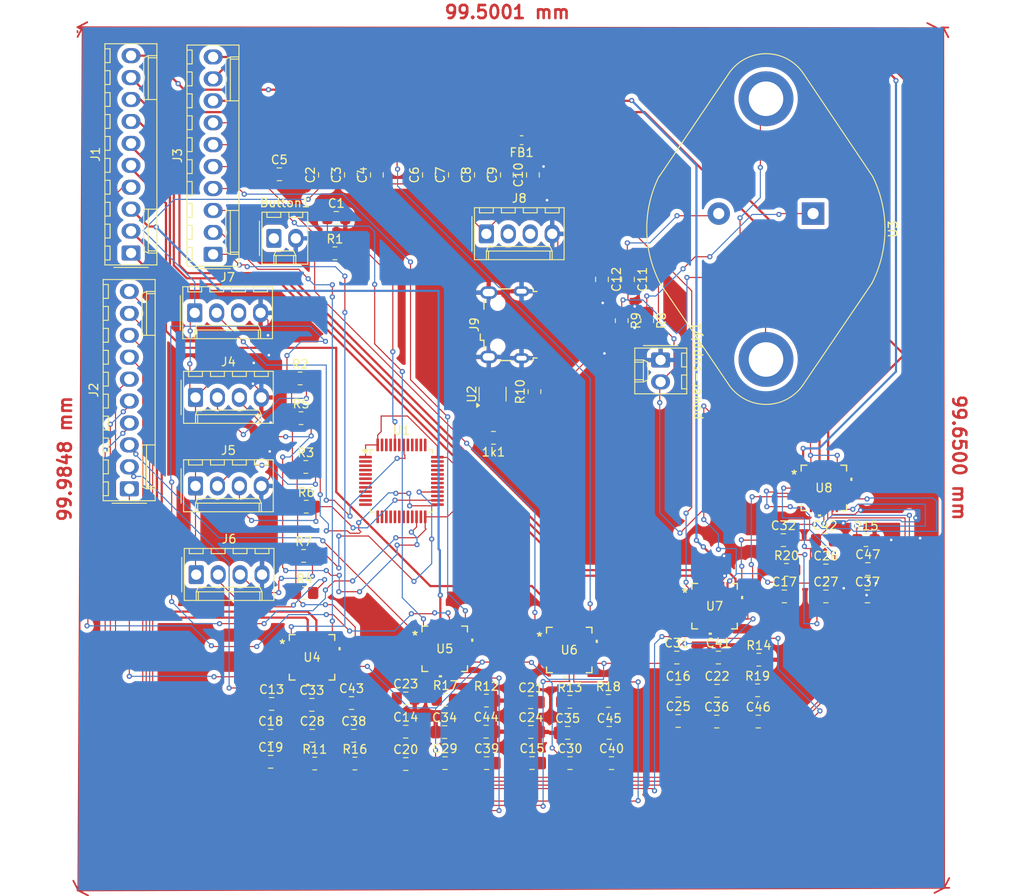
<source format=kicad_pcb>
(kicad_pcb (version 20240108) (generator "pcbnew") (generator_version "8.0")
  (layers (0 "F.Cu" signal) (31 "B.Cu" signal) (34 "B.Paste" user) (35 "F.Paste" user) (36 "B.SilkS" user "B.Silkscreen") (37 "F.SilkS" user "F.Silkscreen") (38 "B.Mask" user) (39 "F.Mask" user) (44 "Edge.Cuts" user))
  (net 0 "")
  (net 1 "Net-(U1-PA12)")
  (net 2 "+3.3V")
  (net 3 "Net-(Button1-Pin_1)")
  (net 4 "GND")
  (net 5 "Net-(U1-BOOT0)")
  (net 6 "Net-(C2-Pad2)")
  (net 7 "Net-(U1-NRST)")
  (net 8 "+3.3VA")
  (net 9 "+24V")
  (net 10 "Net-(U4-VCP)")
  (net 11 "Net-(U5-VCP)")
  (net 12 "Net-(U6-VCP)")
  (net 13 "Net-(U7-VCP)")
  (net 14 "Net-(U8-VCP)")
  (net 15 "Net-(U4-CPI)")
  (net 16 "Net-(U4-CPO)")
  (net 17 "Net-(U4-5VOUT)")
  (net 18 "Net-(U5-CPO)")
  (net 19 "Net-(U5-CPI)")
  (net 20 "Net-(U6-CPO)")
  (net 21 "Net-(U6-CPI)")
  (net 22 "Net-(U7-CPI)")
  (net 23 "Net-(U7-CPO)")
  (net 24 "Net-(U5-5VOUT)")
  (net 25 "Net-(U6-5VOUT)")
  (net 26 "Net-(U7-5VOUT)")
  (net 27 "Net-(U8-CPI)")
  (net 28 "Net-(U8-CPO)")
  (net 29 "Net-(U8-5VOUT)")
  (net 30 "OB1-1")
  (net 31 "OA1-2")
  (net 32 "OB1-4")
  (net 33 "OB1-3")
  (net 34 "OB1-2")
  (net 35 "OA1-5")
  (net 36 "OB1-5")
  (net 37 "OA1-1")
  (net 38 "OA1-3")
  (net 39 "OA1-4")
  (net 40 "DIAG-5")
  (net 41 "INDEX-2")
  (net 42 "INDEX-1")
  (net 43 "INDEX-3")
  (net 44 "INDEX-5")
  (net 45 "DIAG-4")
  (net 46 "DIAG-2")
  (net 47 "DIAG-1")
  (net 48 "DIAG-3")
  (net 49 "INDEX-4")
  (net 50 "OA2-1")
  (net 51 "OA2-3")
  (net 52 "OB2-1")
  (net 53 "OB2-4")
  (net 54 "OA2-2")
  (net 55 "OB2-3")
  (net 56 "OB2-2")
  (net 57 "OA2-4")
  (net 58 "OA2-5")
  (net 59 "OB2-5")
  (net 60 "/I2C2_SCL")
  (net 61 "Net-(J4-Pin_3)")
  (net 62 "Net-(J5-Pin_3)")
  (net 63 "Net-(J5-Pin_2)")
  (net 64 "Net-(J6-Pin_2)")
  (net 65 "Net-(J6-Pin_3)")
  (net 66 "/USART1_RX")
  (net 67 "Net-(J7-Pin_2)")
  (net 68 "Net-(J8-Pin_3)")
  (net 69 "Net-(J8-Pin_2)")
  (net 70 "Net-(J9-D-)")
  (net 71 "Net-(J9-D+)")
  (net 72 "Net-(J9-ID)")
  (net 73 "Net-(J9-VBUS)")
  (net 74 "Net-(U3-ADJ)")
  (net 75 "Net-(U4-PDN_UART)")
  (net 76 "Net-(U5-PDN_UART)")
  (net 77 "Net-(U6-PDN_UART)")
  (net 78 "Net-(U7-PDN_UART)")
  (net 79 "Net-(U8-PDN_UART)")
  (net 80 "Net-(U4-VREF)")
  (net 81 "Net-(U5-VREF)")
  (net 82 "Net-(U6-VREF)")
  (net 83 "Net-(U7-VREF)")
  (net 84 "Net-(U8-VREF)")
  (net 85 "STEP-2")
  (net 87 "MS1")
  (net 88 "STEP-5")
  (net 89 "DIR-2")
  (net 95 "STEP-1")
  (net 96 "DIR-4")
  (net 98 "Net-(U1-PA11)")
  (net 99 "MS2")
  (net 100 "STEP-4")
  (net 102 "STEP-3")
  (net 107 "DIR-5")
  (net 108 "DIR-1")
  (net 110 "DIR-3")
  (footprint "Capacitor_SMD:C_0805_2012Metric_Pad1.18x1.45mm_HandSolder" (layer "F.Cu") (at 141.898101 90.9974)
    (property "Reference" "C37")
    (property "Value" "100n")
  )
  (footprint "Resistor_SMD:R_0805_2012Metric_Pad1.20x1.40mm_HandSolder" (layer "F.Cu") (at 132.525701 87.9257)
    (property "Reference" "R20")
    (property "Value" "18k")
  )
  (footprint "Capacitor_SMD:C_0805_2012Metric_Pad1.18x1.45mm_HandSolder" (layer "F.Cu") (at 124.488199 101.925699)
    (property "Reference" "C22")
    (property "Value" "22n/50v")
  )
  (footprint "Resistor_SMD:R_0805_2012Metric_Pad1.20x1.40mm_HandSolder" (layer "F.Cu") (at 111.9 103.1)
    (property "Reference" "R18")
    (property "Value" "18k")
  )
  (footprint "Resistor_SMD:R_0805_2012Metric_Pad1.20x1.40mm_HandSolder" (layer "F.Cu") (at 103.35 67.275 90)
    (property "Reference" "R10")
    (property "Value" "100k")
  )
  (footprint "Capacitor_SMD:C_0805_2012Metric_Pad1.18x1.45mm_HandSolder" (layer "F.Cu") (at 97.8092 110.3076)
    (property "Reference" "C39")
    (property "Value" "100n")
  )
  (footprint "Resistor_SMD:R_0805_2012Metric_Pad1.20x1.40mm_HandSolder" (layer "F.Cu") (at 76.73 90.6)
    (property "Reference" "R4")
    (property "Value" "1k5")
  )
  (footprint "Capacitor_SMD:C_0805_2012Metric_Pad1.18x1.45mm_HandSolder" (layer "F.Cu") (at 94.14 42.1725 90)
    (property "Reference" "C7")
    (property "Value" "100n")
  )
  (footprint "footprints:QFN28_5X5_3X8_EPAD_TRI" (layer "F.Cu") (at 124.199999 92.1257)
    (property "Reference" "U7")
    (property "Value" "TMC2209-LA-T")
  )
  (footprint "Resistor_SMD:R_0805_2012Metric_Pad1.20x1.40mm_HandSolder" (layer "F.Cu") (at 129.175699 101.875699)
    (property "Reference" "R19")
    (property "Value" "18k")
  )
  (footprint "Capacitor_SMD:C_0805_2012Metric_Pad1.18x1.45mm_HandSolder" (layer "F.Cu") (at 141.938201 87.8257)
    (property "Reference" "C47")
    (property "Value" "100 uF")
  )
  (footprint "Capacitor_SMD:C_0805_2012Metric_Pad1.18x1.45mm_HandSolder" (layer "F.Cu") (at 91.13 42.1725 90)
    (property "Reference" "C6")
    (property "Value" "100n")
  )
  (footprint "Capacitor_SMD:C_0805_2012Metric_Pad1.18x1.45mm_HandSolder" (layer "F.Cu") (at 107.4624 110.304899)
    (property "Reference" "C30")
    (property "Value" "100n/50V")
  )
  (footprint "Capacitor_SMD:C_0805_2012Metric_Pad1.18x1.45mm_HandSolder" (layer "F.Cu") (at 102.9125 103.25)
    (property "Reference" "C21")
    (property "Value" "22n/50v")
  )
  (footprint "Resistor_SMD:R_0805_2012Metric_Pad1.20x1.40mm_HandSolder" (layer "F.Cu") (at 80.25 51.25)
    (property "Reference" "R1")
    (property "Value" "10k")
  )
  (footprint "Resistor_SMD:R_0805_2012Metric_Pad1.20x1.40mm_HandSolder" (layer "F.Cu") (at 93.0368 102.961099)
    (property "Reference" "R17")
    (property "Value" "18k")
  )
  (footprint "Connector_Molex:Molex_KK-254_AE-6410-10A_1x10_P2.54mm_Vertical" (layer "F.Cu") (at 56.45 78.53 90)
    (property "Reference" "J2")
    (property "Value" "Conn_01x10_Pin")
  )
  (footprint "Capacitor_SMD:C_0805_2012Metric_Pad1.18x1.45mm_HandSolder" (layer "F.Cu") (at 119.988199 105.425699)
    (property "Reference" "C25")
    (property "Value" "2.2 uf")
  )
  (footprint "Capacitor_SMD:C_0805_2012Metric_Pad1.18x1.45mm_HandSolder" (layer "F.Cu") (at 97.15 42.1725 90)
    (property "Reference" "C8")
    (property "Value" "10n")
  )
  (footprint "Capacitor_SMD:C_0805_2012Metric_Pad1.18x1.45mm_HandSolder" (layer "F.Cu") (at 92.9992 110.3076)
    (property "Reference" "C29")
    (property "Value" "100n/50V")
  )
  (footprint "Capacitor_SMD:C_0805_2012Metric_Pad1.18x1.45mm_HandSolder" (layer "F.Cu") (at 119.828199 98.075699)
    (property "Reference" "C31")
    (property "Value" "100n/50V")
  )
  (footprint "Connector_Molex:Molex_KK-254_AE-6410-04A_1x04_P2.54mm_Vertical" (layer "F.Cu") (at 64.02 58.15)
    (property "Reference" "J7")
    (property "Value" "Conn_01x04_Pin")
  )
  (footprint "Resistor_SMD:R_0805_2012Metric_Pad1.20x1.40mm_HandSolder" (layer "F.Cu") (at 76.63 86.3)
    (property "Reference" "R7")
    (property "Value" "1k5")
  )
  (footprint "footprints:QFN28_5X5_3X8_EPAD_TRI" (layer "F.Cu") (at 92.9611 97.0611)
    (property "Reference" "U5")
    (property "Value" "TMC2209-LA-T")
  )
  (footprint "Capacitor_SMD:C_0805_2012Metric_Pad1.18x1.45mm_HandSolder" (layer "F.Cu") (at 112 106.8)
    (property "Reference" "C45")
    (property "Value" "100 uF")
  )
  (footprint "Capacitor_SMD:C_0805_2012Metric_Pad1.18x1.45mm_HandSolder" (layer "F.Cu") (at 137.088101 90.9974)
    (property "Reference" "C27")
    (property "Value" "2.2 uf")
  )
  (footprint "Capacitor_SMD:C_0805_2012Metric_Pad1.18x1.45mm_HandSolder" (layer "F.Cu") (at 107.19 106.8)
    (property "Reference" "C35")
    (property "Value" "100n")
  )
  (footprint "Connector_Molex:Molex_KK-254_AE-6410-02A_1x02_P2.54mm_Vertical" (layer "F.Cu") (at 117.95 63.61 -90)
    (property "Reference" "power-supply1")
    (property "Value" "Conn_01x02")
  )
  (footprint "Capacitor_SMD:C_0805_2012Metric_Pad1.18x1.45mm_HandSolder" (layer "F.Cu") (at 72.8156 110.1481)
    (property "Reference" "C19")
    (property "Value" "2.2 uf")
  )
  (footprint "Capacitor_SMD:C_0805_2012Metric_Pad1.18x1.45mm_HandSolder" (layer "F.Cu") (at 103.17 42.1725 90)
    (property "Reference" "C10")
    (property "Value" "1u")
  )
  (footprint "Connector_Molex:Molex_KK-254_AE-6410-10A_1x10_P2.54mm_Vertical" (layer "F.Cu") (at 66.15 51.37 90)
    (property "Reference" "J3")
    (property "Value" "Conn_01x10_Pin")
  )
  (footprint "Capacitor_SMD:C_0805_2012Metric_Pad1.18x1.45mm_HandSolder" (layer "F.Cu") (at 119.988199 101.925699)
    (property "Reference" "C16")
    (property "Value" "100 n/16v")
  )
  (footprint "Capacitor_SMD:C_0805_2012Metric_Pad1.18x1.45mm_HandSolder" (layer "F.Cu") (at 124.448099 105.489)
    (property "Reference" "C36")
    (property "Value" "100n")
  )
  (footprint "Capacitor_SMD:C_0805_2012Metric_Pad1.18x1.45mm_HandSolder" (layer "F.Cu") (at 80.4125 47.15)
    (property "Reference" "C1")
    (property "Value" "1 uF")
  )
  (footprint "Resistor_SMD:R_0805_2012Metric_Pad1.20x1.40mm_HandSolder" (layer "F.Cu") (at 107.45 103.2)
    (property "Reference" "R13")
    (property "Value" "20k")
  )
  (footprint "Resistor_SMD:R_0805_2012Metric_Pad1.20x1.40mm_HandSolder" (layer "F.Cu") (at 98.6 72.625 180)
    (property "Reference" "1k1")
    (property "Value" "R10")
  )
  (footprint "Connector_Molex:Molex_KK-254_AE-6410-04A_1x04_P2.54mm_Vertical" (layer "F.Cu") (at 97.78 49)
    (property "Reference" "J8")
    (property "Value" "Conn_01x04_Pin")
  )
  (footprint "Capacitor_SMD:C_0805_2012Metric_Pad1.18x1.45mm_HandSolder" (layer "F.Cu") (at 100.16 42.1725 90)
    (property "Reference" "C9")
    (property "Value" "1u")
  )
  (footprint "Connector_Molex:Molex_KK-254_AE-6410-04A_1x04_P2.54mm_Vertical" (layer "F.Cu") (at 64.11 78.2)
    (property "Reference" "J5")
    (property "Value" "Conn_01x04_Pin")
  )
  (footprint "Resistor_SMD:R_0805_2012Metric_Pad1.20x1.40mm_HandSolder" (layer "F.Cu") (at 129.325699 98.325699)
    (property "Reference" "R14")
    (property "Value" "20k")
  )
  (footprint "footprints:QFN28_5X5_3X8_EPAD_TRI" (layer "F.Cu") (at 136.850001 78.4257)
    (property "Reference" "U8")
    (property "Value" "TMC2209-LA-T")
  )
  (footprint "Capacitor_SMD:C_0805_2012Metric_Pad1.18x1.45mm_HandSolder" (layer "F.Cu") (at 73.8125 42.1)
    (property "Reference" "C5")
    (property "Value" "100n")
  )
  (footprint "Connector_Molex:Molex_KK-254_AE-6410-04A_1x04_P2.54mm_Vertical" (layer "F.Cu") (at 64.19 88.47)
    (property "Reference" "J6")
    (property "Value" "Conn_01x04_Pin")
  )
  (footprint "Capacitor_SMD:C_0805_2012Metric_Pad1.18x1.45mm_HandSolder" (layer "F.Cu") (at 82.4356 107.1381)
    (property "Reference" "C38")
    (property "Value" "100n")
  )
  (footprint "Capacitor_SMD:C_0805_2012Metric_Pad1.18x1.45mm_HandSolder" (layer "F.Cu") (at 79.09 42.1725 90)
    (property "Reference" "C2")
    (property "Value" "100n")
  )
  (footprint "Capacitor_SMD:C_0805_2012Metric_Pad1.18x1.45mm_HandSolder" (layer "F.Cu") (at 103.0625 110.3)
    (property "Reference" "C15")
    (property "Value" "100 n/16v")
  )
  (footprint "Capacitor_SMD:C_0805_2012Metric_Pad1.18x1.45mm_HandSolder" (layer "F.Cu") (at 132.278101 90.9974)
    (property "Reference" "C17")
    (property "Value" "100 n/16v")
  )
  (footprint "Capacitor_SMD:C_0805_2012Metric_Pad1.18x1.45mm_HandSolder" (layer "F.Cu") (at 136.975701 84.4757)
    (property "Reference" "C42")
    (property "Value" "100n")
  )
  (footprint "footprints:QFN28_5X5_3X8_EPAD_TRI" (layer "F.Cu") (at 77.6 98.05)
    (property "Reference" "U4")
    (property "Value" "TMC2209-LA-T")
  )
  (footprint "Resistor_SMD:R_0805_2012Metric_Pad1.20x1.40mm_HandSolder" (layer "F.Cu") (at 97.7868 103.061099)
    (property "Reference" "R12")
    (property "Value" "20k")
  )
  (footprint "Capacitor_SMD:C_0805_2012Metric_Pad1.18x1.45mm_HandSolder" (layer "F.Cu") (at 72.9257 103.449999)
    (property "Reference" "C13")
    (property "Value" "100 n/16v")
  )
  (footprint "Resistor_SMD:R_0805_2012Metric_Pad1.20x1.40mm_HandSolder" (layer "F.Cu") (at 76.23 65.75)
    (property "Reference" "R2")
    (property "Value" "1k5")
  )
  (footprint "Capacitor_SMD:C_0805_2012Metric_Pad1.18x1.45mm_HandSolder" (layer "F.Cu") (at 97.7493 106.661099)
    (property "Reference" "C44")
    (property "Value" "100 uF")
  )
  (footprint "footprints:QFN28_5X5_3X8_EPAD_TRI" (layer "F.Cu") (at 107.3743 97.199999)
    (property "Reference" "U6")
    (property "Value" "TMC2209-LA-T")
  )
  (footprint "Capacitor_SMD:C_0805_2012Metric_Pad1.18x1.45mm_HandSolder" (layer "F.Cu") (at 102.9301 106.695101)
    (property "Reference" "C24")
    (property "Value" "2.2 uf")
  )
  (footprint "Capacitor_SMD:C_0805_2012Metric_Pad1.18x1.45mm_HandSolder" (layer "F.Cu") (at 132.165701 84.4757)
    (property "Reference" "C32")
    (property "Value" "100n/50V")
  )
  (footprint "Capacitor_SMD:C_0805_2012Metric_Pad1.18x1.45mm_HandSolder" (layer "F.Cu") (at 114.173225 54.276674 -90)
    (property "Reference" "C11")
    (property "Value" "0.1 uF")
  )
  (footprint "Capacitor_SMD:C_0805_2012Metric_Pad1.18x1.45mm_HandSolder" (layer "F.Cu") (at 82.1 42.1725 90)
    (property "Reference" "C3")
    (property "Value" "100n")
  )
  (footprint "Capacitor_SMD:C_0805_2012Metric_Pad1.18x1.45mm_HandSolder" (layer "F.Cu") (at 88.4493 106.661099)
    (property "Reference" "C14")
    (property "Value" "100 n/16v")
  )
  (footprint "Capacitor_SMD:C_0805_2012Metric_Pad1.18x1.45mm_HandSolder" (layer "F.Cu") (at 124.638199 98.075699)
    (property "Reference" "C41")
    (property "Value" "100n")
  )
  (footprint "Resistor_SMD:R_0805_2012Metric_Pad1.20x1.40mm_HandSolder" (layer "F.Cu") (at 76.88 76)
    (property "Reference" "R3")
    (property "Value" "1k5")
  )
  (footprint "Package_TO_SOT_THT:TO-3" (layer "F.Cu") (at 135.6 46.65 -90)
    (property "Reference" "U3")
    (property "Value" "LM117_TO3")
  )
  (footprint "Capacitor_SMD:C_0805_2012Metric_Pad1.18x1.45mm_HandSolder" (layer "F.Cu") (at 88.4493 102.811099)
    (property "Reference" "C23")
    (property "Value" "2.2 uf")
  )
  (footprint "Resistor_SMD:R_0805_2012Metric_Pad1.20x1.40mm_HandSolder" (layer "F.Cu") (at 77.9132 110.349999)
    (property "Reference" "R11")
    (property "Value" "20k")
  )
  (footprint "Capacitor_SMD:C_0805_2012Metric_Pad1.18x1.45mm_HandSolder" (layer "F.Cu") (at 111.163225 54.276674 -90)
    (property "Reference" "C12")
    (property "Value" "1 uF")
  )
  (footprint "Capacitor_SMD:C_0805_2012Metric_Pad1.18x1.45mm_HandSolder" (layer "F.Cu") (at 129.258099 105.489)
    (property "Reference" "C46")
    (property "Value" "100 uF")
  )
  (footprint "Resistor_SMD:R_0805_2012Metric_Pad1.20x1.40mm_HandSolder" (layer "F.Cu") (at 141.725701 84.4757)
    (property "Reference" "R15")
    (property "Value" "20k")
  )
  (footprint "Capacitor_SMD:C_0805_2012Metric_Pad1.18x1.45mm_HandSolder" (layer "F.Cu") (at 88.4493 110.411099)
    (property "Reference" "C20")
    (property "Value" "22n/50v")
  )
  (footprint "Connector_USB:USB_Micro-B_Wuerth_629105150521" (layer "F.Cu") (at 99.9 59.525 90)
    (property "Reference" "J9")
    (property "Value" "USB_B_Micro")
  )
  (footprint "Connector_Molex:Molex_KK-254_AE-6410-04A_1x04_P2.54mm_Vertical" (layer "F.Cu") (at 64.11 67.95)
    (property "Reference" "J4")
    (property "Value" "Conn_01x04_Pin")
  )
  (footprint "Connector_Molex:Molex_KK-254_AE-6410-10A_1x10_P2.54mm_Vertical" (layer "F.Cu") (at 56.65 51.22 90)
    (property "Reference" "J1")
    (property "Value" "Conn_01x10_Pin")
  )
  (footprint "Resistor_SMD:R_0805_2012Metric_Pad1.20x1.40mm_HandSolder" (layer "F.Cu") (at 76.33 70.35)
    (property "Reference" "R5")
    (property "Value" "1k5")
  )
  (footprint "Resistor_SMD:R_0805_2012Metric_Pad1.20x1.40mm_HandSolder" (layer "F.Cu") (at 113.45 59.05 -90)
    (property "Reference" "R9")
    (property "Value" "240")
  )
  (footprint "Resistor_SMD:R_0805_2012Metric_Pad1.20x1.40mm_HandSolder" (layer "F.Cu") (at 82.5632 110.349999)
    (property "Reference" "R16")
    (property "Value" "18k")
  )
  (footprint "Capacitor_SMD:C_0805_2012Metric_Pad1.18x1.45mm_HandSolder" (layer "F.Cu") (at 77.5757 103.549999)
    (property "Reference" "C33")
    (property "Value" "100n")
  )
  (footprint "Connector_Molex:Molex_KK-254_AE-6410-02A_1x02_P2.54mm_Vertical" (layer "F.Cu") (at 73.18 49.52)
    (property "Reference" "Button1")
    (property "Value" "Conn_01x02")
  )
  (footprint "Package_QFP:LQFP-48_7x7mm_P0.5mm" (layer "F.Cu") (at 87.95 77.6125)
    (property "Reference" "U1")
    (property "Value" "STM32F103C8T6")
  )
  (footprint "Capacitor_SMD:C_0805_2012Metric_Pad1.18x1.45mm_HandSolder" (layer "F.Cu") (at 82.1757 103.349999)
    (property "Reference" "C43")
    (property "Value" "100 uF")
  )
  (footprint "Capacitor_SMD:C_0805_2012Metric_Pad1.18x1.45mm_HandSolder" (layer "F.Cu") (at 85.11 42.1725 90)
    (property "Reference" "C4")
    (property "Value" "100n")
  )
  (footprint "Capacitor_SMD:C_0805_2012Metric_Pad1.18x1.45mm_HandSolder" (layer "F.Cu") (at 137.088101 87.9874)
    (property "Reference" "C26")
    (property "Value" "22n/50v")
  )
  (footprint "Capacitor_SMD:C_0805_2012Metric_Pad1.18x1.45mm_HandSolder" (layer "F.Cu") (at 112.2724 110.304899)
    (property "Reference" "C40")
    (property "Value" "100n")
  )
  (footprint "Capacitor_SMD:C_0805_2012Metric_Pad1.18x1.45mm_HandSolder" (layer "F.Cu") (at 72.8156 107.1381)
    (property "Reference" "C18")
    (property "Value" "22n/50v")
  )
  (footprint "Inductor_SMD:L_0603_1608Metric" (layer "F.Cu") (at 101.8625 38.15 180)
    (property "Reference" "FB1")
    (property "Value" "FerriteBead")
  )
  (footprint "Package_TO_SOT_SMD:SOT-23-6" (layer "F.Cu") (at 98.5 67.5625 90)
    (property "Reference" "U2")
    (property "Value" "USBLC6-2SC6")
  )
  (footprint "Resistor_SMD:R_0805_2012Metric_Pad1.20x1.40mm_HandSolder" (layer "F.Cu") (at 116.4 59.05 -90)
    (property "Reference" "R8")
    (property "Value" "390")
  )
  (footprint "Resistor_SMD:R_0805_2012Metric_Pad1.20x1.40mm_HandSolder" (layer "F.Cu") (at 76.93 80.6)
    (property "Reference" "R6")
    (property "Value" "1k5")
  )
  (footprint "Capacitor_SMD:C_0805_2012Metric_Pad1.18x1.45mm_HandSolder" (layer "F.Cu") (at 77.6256 107.1381)
    (property "Reference" "C28")
    (property "Value" "100n/50V")
  )
  (footprint "Capacitor_SMD:C_0805_2012Metric_Pad1.18x1.45mm_HandSolder" (layer "F.Cu") (at 92.9493 106.711099)
    (property "Reference" "C34")
    (property "Value" "100n")
  )
  (dimension (type aligned) (layer "F.Cu") (pts (xy 149.95 25.1) (xy 150.05 124.75)) (height -0.725414) (gr_text "99.6500 mm" (at 152.525413 74.922466 270.057497) (layer "F.Cu") (effects (font (size 1.5 1.5) (thickness 0.3)))) (format (prefix "") (suffix "") (units 3) (units_format 1) (precision 4)) (style (thickness 0.2) (arrow_length 1.27) (text_position_mode 0) (extension_height 0.58642) (extension_offset 0.5) keep_text_aligned))
  (dimension (type aligned) (layer "F.Cu") (pts (xy 50.541815 125.052959) (xy 150.775414 124.749272)) (height 0) (gr_text "100.2341 mm" (at 100.653161 123.101123 0.173594358) (layer "F.Cu") (effects (font (size 1.5 1.5) (thickness 0.3)))) (format (prefix "") (suffix "") (units 3) (units_format 1) (precision 4)) (style (thickness 0.2) (arrow_length 1.27) (text_position_mode 0) (extension_height 0.58642) (extension_offset 0.5) keep_text_aligned))
  (dimension (type aligned) (layer "F.Cu") (pts (xy 50.45 25) (xy 149.95 25.1)) (height 0.066461) (gr_text "99.5001 mm" (at 100.201742 23.316462 359.9424163) (layer "F.Cu") (effects (font (size 1.5 1.5) (thickness 0.3)))) (format (prefix "") (suffix "") (units 3) (units_format 1) (precision 4)) (style (thickness 0.2) (arrow_length 1.27) (text_position_mode 0) (extension_height 0.58642) (extension_offset 0.5) keep_text_aligned))
  (dimension (type aligned) (layer "F.Cu") (pts (xy 50.449933 25.066461) (xy 49.95 125.05)) (height -0.591822) (gr_text "99.9848 mm" (at 48.991804 75.05219 89.71351415) (layer "F.Cu") (effects (font (size 1.5 1.5) (thickness 0.3)))) (format (prefix "") (suffix "") (units 3) (units_format 1) (precision 4)) (style (thickness 0.2) (arrow_length 1.27) (text_position_mode 0) (extension_height 0.58642) (extension_offset 0.5) keep_text_aligned))
  (segment (start 105.1 67.95) (end 105.1 70.45) (width 0.127) (layer "F.Cu") (net 2))
  (segment (start 127.95 93.65) (end 127.9257 93.6257) (width 0.127) (layer "F.Cu") (net 2))
  (segment (start 91.13 43.21) (end 94.14 43.21) (width 0.127) (layer "F.Cu") (net 2))
  (segment (start 101.075 39.275) (end 101.075 38.15) (width 0.127) (layer "F.Cu") (net 2))
  (segment (start 113.45 58.05) (end 112.7 57.3) (width 0.127) (layer "F.Cu") (net 2))
  (segment (start 118.116398 98.75) (end 118.790699 98.075699) (width 0.127) (layer "F.Cu") (net 2))
  (segment (start 111.35 61.7) (end 105.1 67.95) (width 0.127) (layer "F.Cu") (net 2))
  (segment (start 66.9 94.15) (end 72.05 94.15) (width 0.127) (layer "F.Cu") (net 2))
  (segment (start 63.5 58.67) (end 63.5 60.25) (width 0.127) (layer "F.Cu") (net 2))
  (segment (start 78.1262 105.6) (end 76.5881 107.1381) (width 0.127) (layer "F.Cu") (net 2))
  (segment (start 127.15 47.15) (end 127.15 51.55) (width 0.127) (layer "F.Cu") (net 2))
  (segment (start 78.94 43.21) (end 79.09 43.21) (width 0.127) (layer "F.Cu") (net 2))
  (segment (start 104.54 43.21) (end 105.35 42.4) (width 0.127) (layer "F.Cu") (net 2))
  (segment (start 127.3257 84.4757) (end 127.3 84.45) (width 0.127) (layer "F.Cu") (net 2))
  (segment (start 83.2 99.1) (end 82.6 98.5) (width 0.127) (layer "F.Cu") (net 2))
  (segment (start 111.6 58.05) (end 111.05 58.6) (width 0.127) (layer "F.Cu") (net 2))
  (segment (start 97.78 48.6) (end 103.17 43.21) (width 0.127) (layer "F.Cu") (net 2))
  (segment (start 107.95 50.025949) (end 111.163225 53.239174) (width 0.127) (layer "F.Cu") (net 2))
  (segment (start 128.65 93.6) (end 126.651399 93.6) (width 0.127) (layer "F.Cu") (net 2))
  (segment (start 113.45 58.05) (end 113.45 56.65) (width 0.127) (layer "F.Cu") (net 2))
  (segment (start 112.7 53.2) (end 111.202399 53.2) (width 0.127) (layer "F.Cu") (net 2))
  (segment (start 94.2 75.85) (end 93.25 74.9) (width 0.127) (layer "F.Cu") (net 2))
  (segment (start 66.31 65.75) (end 75.23 65.75) (width 0.127) (layer "F.Cu") (net 2))
  (segment (start 109.850001 98.75) (end 109.8 98.699999) (width 0.127) (layer "F.Cu") (net 2))
  (segment (start 64.11 67.95) (end 64.11 78.2) (width 0.127) (layer "F.Cu") (net 2))
  (segment (start 105.1 70.45) (end 97.7 70.45) (width 0.127) (layer "F.Cu") (net 2))
  (segment (start 111.4 98.75) (end 109.850001 98.75) (width 0.127) (layer "F.Cu") (net 2))
  (segment (start 79.09 43.21) (end 82.1 43.21) (width 0.127) (layer "F.Cu") (net 2))
  (segment (start 97.4 72.425) (end 97.6 72.625) (width 0.127) (layer "F.Cu") (net 2))
  (segment (start 94.2 80.85) (end 94.2 75.85) (width 0.127) (layer "F.Cu") (net 2))
  (segment (start 89.8 84.2) (end 90.8 83.2) (width 0.127) (layer "F.Cu") (net 2))
  (segment (start 127.15 51.55) (end 124.65 54.05) (width 0.127) (layer "F.Cu") (net 2))
  (segment (start 64.02 58.15) (end 63.5 58.67) (width 0.127) (layer "F.Cu") (net 2))
  (segment (start 131.128201 84.4757) (end 127.3257 84.4757) (width 0.127) (layer "F.Cu") (net 2))
  (segment (start 97.7 70.45) (end 97.4 70.75) (width 0.127) (layer "F.Cu") (net 2))
  (segment (start 75.73 91.13) (end 76.55 91.95) (width 0.127) (layer "F.Cu") (net 2))
  (segment (start 75.33 70.35) (end 75.33 75.45) (width 0.127) (layer "F.Cu") (net 2))
  (segment (start 75.73 90.6) (end 75.73 91.13) (width 0.127) (layer "F.Cu") (net 2))
  (segment (start 91.9617 110.3076) (end 91.9 110.2459) (width 0.127) (layer "F.Cu") (net 2))
  (segment (start 75.93 80.6) (end 75.93 86) (width 0.127) (layer "F.Cu") (net 2))
  (segment (start 85.6 70.1) (end 85.6 71.9) (width 0.127) (layer "F.Cu") (net 2))
  (segment (start 84 99.1) (end 83.2 99.1) (width 0.127) (layer "F.Cu") (net 2))
  (segment (start 93.25 74.9) (end 92.15 74.9) (width 0.127) (layer "F.Cu") (net 2))
  (segment (start 97.3 98.6) (end 95.4257 98.6) (width 0.127) (layer "F.Cu") (net 2))
  (segment (start 97.3 98.6) (end 102.95 98.6) (width 0.127) (layer "F.Cu") (net 2))
  (segment (start 91.9 110.2459) (end 91.9 108.8) (width 0.127) (layer "F.Cu") (net 2))
  (segment (start 95.4257 98.6) (end 95.3868 98.5611) (width 0.127) (layer "F.Cu") (net 2))
  (segment (start 105.1 42.15) (end 105.1 39.65) (width 0.127) (layer "F.Cu") (net 2))
  (segment (start 75.88 76) (end 75.88 80.55) (width 0.127) (layer "F.Cu") (net 2))
  (segment (start 132.953901 82.65) (end 135.8 82.65) (width 0.127) (layer "F.Cu") (net 2))
  (segment (start 103.17 43.21) (end 104.54 43.21) (width 0.127) (layer "F.Cu") (net 2))
  (segment (start 103.17 43.21) (end 104.46 44.5) (width 0.127) (layer "F.Cu") (net 2))
  (segment (start 92.1125 74.8625) (end 92.1125 73.5625) (width 0.127) (layer "F.Cu") (net 2))
  (segment (start 82.6 98.5) (end 82.6 98.7) (width 0.127) (layer "F.Cu") (net 2))
  (segment (start 130.15 33.35) (end 129.5 34) (width 0.127) (layer "F.Cu") (net 2))
  (segment (start 112.7 57.3) (end 112.7 53.2) (width 0.127) (layer "F.Cu") (net 2))
  (segment (start 127.9257 93.6257) (end 126.625699 93.6257) (width 0.127) (layer "F.Cu") (net 2))
  (segment (start 127.35 89.75) (end 128.05 90.45) (width 0.127) (layer "F.Cu") (net 2))
  (segment (start 75.23 65.75) (end 75.23 70.25) (width 0.127) (layer "F.Cu") (net 2))
  (segment (start 105.35 42.4) (end 105.1 42.15) (width 0.127) (layer "F.Cu") (net 2))
  (segment (start 97.4 70.75) (end 97.4 72.425) (width 0.127) (layer "F.Cu") (net 2))
  (segment (start 140 79.9) (end 139.301401 79.9) (width 0.127) (layer "F.Cu") (net 2))
  (segment (start 131.128201 84.4757) (end 132.953901 82.65) (width 0.127) (layer "F.Cu") (net 2))
  (segment (start 80.0257 99.55) (end 79.95 99.6257) (width 0.127) (layer "F.Cu") (net 2))
  (segment (start 130.1 59.5) (end 130.1 63.5) (width 0.127) (layer "F.Cu") (net 2))
  (segment (start 104.46 44.5) (end 107.95 44.5) (width 0.127) (layer "F.Cu") (net 2))
  (segment (start 111.05 58.6) (end 111.05 61.4) (width 0.127) (layer "F.Cu") (net 2))
  (segment (start 63.45 64.05) (end 63.45 67.29) (width 0.127) (layer "F.Cu") (net 2))
  (segment (start 113.45 58.05) (end 111.6 58.05) (width 0.127) (layer "F.Cu") (net 2))
  (segment (start 120.416398 96.45) (end 120.75 96.45) (width 0.127) (layer "F.Cu") (net 2))
  (segment (start 92.1125 73.5625) (end 88.65 70.1) (width 0.127) (layer "F.Cu") (net 2))
  (segment (start 74.7 65.22) (end 74.7 63.1) (width 0.127) (layer "F.Cu") (net 2))
  (segment (start 90.8 83.2) (end 90.7 83.1) (width 0.127) (layer "F.Cu") (net 2))
  (segment (start 105.1 39.65) (end 101.45 39.65) (width 0.127) (layer "F.Cu") (net 2))
  (segment (start 75.23 70.25) (end 75.33 70.35) (width 0.127) (layer "F.Cu") (net 2))
  (segment (start 127.35 87.5) (end 127.35 89.75) (width 0.127) (layer "F.Cu") (net 2))
  (segment (start 77.15 45) (end 78.94 43.21) (width 0.127) (layer "F.Cu") (net 2))
  (segment (start 83.8 73.45) (end 83.8 74.85) (width 0.127) (layer "F.Cu") (net 2))
  (segment (start 75.23 65.75) (end 74.7 65.22) (width 0.127) (layer "F.Cu") (net 2))
  (segment (start 82.1 43.21) (end 85.11 43.21) (width 0.127) (layer "F.Cu") (net 2))
  (segment (start 118.790699 98.075699) (end 120.416398 96.45) (width 0.127) (layer "F.Cu") (net 2))
  (segment (start 90.7 83.1) (end 90.7 81.775) (width 0.127) (layer "F.Cu") (net 2))
  (segment (start 80 91.95) (end 82.6 94.55) (width 0.127) (layer "F.Cu") (net 2))
  (segment (start 111.4 98.75) (end 118.116398 98.75) (width 0.127) (layer "F.Cu") (net 2))
  (segment (start 85.6 71.9) (end 85.2 72.3) (width 0.127) (layer "F.Cu") (net 2))
  (segment (start 61.35 77.75) (end 61.35 91.6) (width 0.127) (layer "F.Cu") (net 2))
  (segment (start 139.301401 79.9) (end 139.275701 79.9257) (width 0.127) (layer "F.Cu") (net 2))
  (segment (start 85.11 43.21) (end 91.13 43.21) (width 0.127) (layer "F.Cu") (net 2))
  (segment (start 124.65 54.05) (end 130.1 59.5) (width 0.127) (layer "F.Cu") (net 2))
  (segment (start 92.15 74.9) (end 92.1125 74.8625) (width 0.127) (layer "F.Cu") (net 2))
  (segment (start 75.63 86.3) (end 75.73 86.4) (width 0.127) (layer "F.Cu") (net 2))
  (segment (start 64.11 67.95) (end 66.31 65.75) (width 0.127) (layer "F.Cu") (net 2))
  (segment (start 64.11 78.2) (end 64.11 88.39) (width 0.127) (layer "F.Cu") (net 2))
  (segment (start 75.33 75.45) (end 75.88 76) (width 0.127) (layer "F.Cu") (net 2))
  (segment (start 88.65 70.1) (end 85.6 70.1) (width 0.127) (layer "F.Cu") (net 2))
  (segment (start 94.14 45.36) (end 97.78 49) (width 0.127) (layer "F.Cu") (net 2))
  (segment (start 93.275 81.775) (end 94.2 80.85) (width 0.127) (layer "F.Cu") (net 2))
  (segment (start 79.95 105.6) (end 78.1262 105.6) (width 0.127) (layer "F.Cu") (net 2))
  (segment (start 75.88 80.55) (end 75.93 80.6) (width 0.127) (layer "F.Cu") (net 2))
  (segment (start 82.6 94.55) (end 82.6 98.5) (width 0.127) (layer "F.Cu") (net 2))
  (segment (start 107.95 44.5) (end 107.95 50.025949) (width 0.127) (layer "F.Cu") (net 2))
  (segment (start 106.4249 109.5749) (end 105.4 108.55) (width 0.127) (layer "F.Cu") (net 2))
  (segment (start 79.15 91.95) (end 80 91.95) (width 0.127) (layer "F.Cu") (net 2))
  (segment (start 87.3 84.2) (end 89.8 84.2) (width 0.127) (layer "F.Cu") (net 2))
  (segment (start 141.85 79.7) (end 140.2 79.7) (width 0.127) (layer "F.Cu") (net 2))
  (segment (start 63.45 67.29) (end 64.11 67.95) (width 0.127) (layer "F.Cu") (net 2))
  (segment (start 79.15 90.25) (end 80.2 89.2) (width 0.127) (layer "F.Cu") (net 2))
  (segment (start 85.2 72.3) (end 85.2 73.45) (width 0.127) (layer "F.Cu") (net 2))
  (segment (start 75.93 86) (end 75.63 86.3) (width 0.127) (layer "F.Cu") (net 2))
  (segment (start 126.651399 93.6) (end 126.625699 93.6257) (width 0.127) (layer "F.Cu") (net 2))
  (segment (start 75.73 86.4) (end 75.73 90.6) (width 0.127) (layer "F.Cu") (net 2))
  (segment (start 129.5 34) (end 129.5 41.3) (width 0.127) (layer "F.Cu") (net 2))
  (segment (start 113.45 56.65) (end 113.6 56.65) (width 0.127) (layer "F.Cu") (net 2))
  (segment (start 140.2 79.7) (end 140 79.9) (width 0.127) (layer "F.Cu") (net 2))
  (segment (start 101.45 39.65) (end 101.075 39.275) (width 0.127) (layer "F.Cu") (net 2))
  (segment (start 90.7 81.775) (end 93.275 81.775) (width 0.127) (layer "F.Cu") (net 2))
  (segment (start 80.2 89.2) (end 82.3 89.2) (width 0.127) (layer "F.Cu") (net 2))
  (segment (start 128.05 90.45) (end 128.05 93.55) (width 0.127) (layer "F.Cu") (net 2))
  (segment (start 111.05 61.4) (end 111.35 61.7) (width 0.127) (layer "F.Cu") (net 2))
  (segment (start 97.78 49) (end 97.78 48.6) (width 0.127) (layer "F.Cu") (net 2))
  (segment (start 81.75 99.55) (end 80.0257 99.55) (width 0.127) (layer "F.Cu") (net 2))
  (segment (start 121 54.05) (end 124.65 54.05) (width 0.127) (layer "F.Cu") (net 2))
  (segment (start 102.95 98.6) (end 103 98.65) (width 0.127) (layer "F.Cu") (net 2))
  (segment (start 85.2 73.45) (end 83.8 73.45) (width 0.127) (layer "F.Cu") (net 2))
  (segment (start 130.1 63.5) (end 130.15 63.55) (width 0.127) (layer "F.Cu") (net 2))
  (segment (start 79.95 99.6257) (end 79.95 105.6) (width 0.127) (layer "F.Cu") (net 2))
  (segment (start 82.6 98.7) (end 81.75 99.55) (width 0.127) (layer "F.Cu") (net 2))
  (segment (start 128.05 93.55) (end 127.95 93.65) (width 0.127) (layer "F.Cu") (net 2))
  (segment (start 94.14 43.21) (end 94.14 45.36) (width 0.127) (layer "F.Cu") (net 2))
  (segment (start 106.4249 110.304899) (end 106.4249 109.5749) (width 0.127) (layer "F.Cu") (net 2))
  (segment (start 83.8 74.85) (end 83.7875 74.8625) (width 0.127) (layer "F.Cu") (net 2))
  (segment (start 111.202399 53.2) (end 111.163225 53.239174) (width 0.127) (layer "F.Cu") (net 2))
  (segment (start 64.11 88.39) (end 64.19 88.47) (width 0.127) (layer "F.Cu") (net 2))
  (via (at 84 99.1) (size 0.6) (drill 0.3) (layers "F.Cu" "B.Cu") (net 2))
  (via (at 113.6 56.65) (size 0.6) (drill 0.3) (layers "F.Cu" "B.Cu") (net 2))
  (via (at 61.35 77.75) (size 0.6) (drill 0.3) (layers "F.Cu" "B.Cu") (net 2))
  (via (at 141.85 79.7) (size 0.6) (drill 0.3) (layers "F.Cu" "B.Cu") (net 2))
  (via (at 79.15 61.45) (size 0.6) (drill 0.3) (layers "F.Cu" "B.Cu") (net 2))
  (via (at 79.15 90.25) (size 0.6) (drill 0.3) (layers "F.Cu" "B.Cu") (net 2))
  (via (at 79.15 91.95) (size 0.6) (drill 0.3) (layers "F.Cu" "B.Cu") (net 2))
  (via (at 127.35 87.5) (size 0.6) (drill 0.3) (layers "F.Cu" "B.Cu") (net 2))
  (via (at 129.5 41.3) (size 0.6) (drill 0.3) (layers "F.Cu" "B.Cu") (net 2))
  (via (at 76.55 91.95) (size 0.6) (drill 0.3) (layers "F.Cu" "B.Cu") (net 2))
  (via (at 103 98.65) (size 0.6) (drill 0.3) (layers "F.Cu" "B.Cu") (net 2))
  (via (at 61.35 91.6) (size 0.6) (drill 0.3) (layers "F.Cu" "B.Cu") (net 2))
  (via (at 66.9 94.15) (size 0.6) (drill 0.3) (layers "F.Cu" "B.Cu") (net 2))
  (via (at 111.4 98.75) (size 0.6) (drill 0.3) (layers "F.Cu" "B.Cu") (net 2))
  (via (at 135.8 82.65) (size 0.6) (drill 0.3) (layers "F.Cu" "B.Cu") (net 2))
  (via (at 63.45 64.05) (size 0.6) (drill 0.3) (layers "F.Cu" "B.Cu") (net 2))
  (via (at 127.15 47.15) (size 0.6) (drill 0.3) (layers "F.Cu" "B.Cu") (net 2))
  (via (at 63.5 60.25) (size 0.6) (drill 0.3) (layers "F.Cu" "B.Cu") (net 2))
  (via (at 87.3 84.2) (size 0.6) (drill 0.3) (layers "F.Cu" "B.Cu") (net 2))
  (via (at 120.75 96.45) (size 0.6) (drill 0.3) (layers "F.Cu" "B.Cu") (net 2))
  (via (at 127.3 84.45) (size 0.6) (drill 0.3) (layers "F.Cu" "B.Cu") (net 2))
  (via (at 91.9 108.8) (size 0.6) (drill 0.3) (layers "F.Cu" "B.Cu") (net 2))
  (via (at 82.3 89.2) (size 0.6) (drill 0.3) (layers "F.Cu" "B.Cu") (net 2))
  (via (at 72.05 94.15) (size 0.6) (drill 0.3) (layers "F.Cu" "B.Cu") (net 2))
  (via (at 105.4 108.55) (size 0.6) (drill 0.3) (layers "F.Cu" "B.Cu") (net 2))
  (via (at 77.15 45) (size 0.6) (drill 0.3) (layers "F.Cu" "B.Cu") (net 2))
  (via (at 74.7 63.1) (size 0.6) (drill 0.3) (layers "F.Cu" "B.Cu") (net 2))
  (via (at 128.65 93.6) (size 0.6) (drill 0.3) (layers "F.Cu" "B.Cu") (net 2))
  (via (at 121 54.05) (size 0.6) (drill 0.3) (layers "F.Cu" "B.Cu") (net 2))
  (via (at 97.3 98.6) (size 0.6) (drill 0.3) (layers "F.Cu" "B.Cu") (net 2))
  (segment (start 103 98.65) (end 104.9 100.55) (width 0.127) (layer "B.Cu") (net 2))
  (segment (start 73.55 92.65) (end 77.7 92.65) (width 0.127) (layer "B.Cu") (net 2))
  (segment (start 74.7 63.1) (end 76.35 61.45) (width 0.127) (layer "B.Cu") (net 2))
  (segment (start 91.9 104) (end 92 103.9) (width 0.127) (layer "B.Cu") (net 2))
  (segment (start 64.02 58.15) (end 64.02 54.57) (width 0.127) (layer "B.Cu") (net 2))
  (segment (start 135.8 82.65) (end 136.1 82.65) (width 0.127) (layer "B.Cu") (net 2))
  (segment (start 139.95 83.15) (end 139.95 82.5) (width 0.127) (layer "B.Cu") (net 2))
  (segment (start 113.6 56.65) (end 115.9 56.65) (width 0.127) (layer "B.Cu") (net 2))
  (segment (start 79.15 61.45) (end 77.4 59.7) (width 0.127) (layer "B.Cu") (net 2))
  (segment (start 61.65 45) (end 77.15 45) (width 0.127) (layer "B.Cu") (net 2))
  (segment (start 63.5 64) (end 63.45 64.05) (width 0.127) (layer "B.Cu") (net 2))
  (segment (start 79.15 91.2) (end 79.15 90.25) (width 0.127) (layer "B.Cu") (net 2))
  (segment (start 120.75 96.45) (end 125.8 96.45) (width 0.127) (layer "B.Cu") (net 2))
  (segment (start 63.5 60.25) (end 63.5 64) (width 0.127) (layer "B.Cu") (net 2))
  (segment (start 129.5 41.3) (end 129.5 44.8) (width 0.127) (layer "B.Cu") (net 2))
  (segment (start 111.35 98.8) (end 111.4 98.75) (width 0.127) (layer "B.Cu") (net 2))
  (segment (start 149.9 83.45) (end 149.9 80) (width 0.127) (layer "B.Cu") (net 2))
  (segment (start 129.5 44.8) (end 127.15 47.15) (width 0.127) (layer "B.Cu") (net 2))
  (segment (start 136.6 83.15) (end 139.95 83.15) (width 0.127) (layer "B.Cu") (net 2))
  (segment (start 140.15 83.3) (end 140.3 83.45) (width 0.127) (layer "B.Cu") (net 2))
  (segment (start 58.05 48.6) (end 61.65 45) (width 0.127) (layer "B.Cu") (net 2))
  (segment (start 111.35 100.6) (end 111.35 98.8) (width 0.127) (layer "B.Cu") (net 2))
  (segment (start 92 103.9) (end 88.8 103.9) (width 0.127) (layer "B.Cu") (net 2))
  (segment (start 88.8 103.9) (end 84 99.1) (width 0.127) (layer "B.Cu") (net 2))
  (segment (start 77.4 59.7) (end 61.25 59.7) (width 0.127) (layer "B.Cu") (net 2))
  (segment (start 61.35 91.6) (end 63.9 94.15) (width 0.127) (layer "B.Cu") (net 2))
  (segment (start 149.9 80) (end 149.5 79.6) (width 0.127) (layer "B.Cu") (net 2))
  (segment (start 76.55 91.95) (end 79.15 91.95) (width 0.127) (layer "B.Cu") (net 2))
  (segment (start 61.25 59.7) (end 61.25 77.65) (width 0.127) (layer "B.Cu") (net 2))
  (segment (start 127 47.3) (end 127.15 47.15) (width 0.127) (layer "B.Cu") (net 2))
  (segment (start 121 59.35) (end 121 54.05) (width 0.127) (layer "B.Cu") (net 2))
  (segment (start 139.95 82.5) (end 139.95 83.1) (width 0.127) (layer "B.Cu") (net 2))
  (segment (start 127.3 87.45) (end 127.35 87.5) (width 0.127) (layer "B.Cu") (net 2))
  (segment (start 140.3 83.45) (end 145.35 83.45) (width 0.127) (layer "B.Cu") (net 2))
  (segment (start 64.02 54.57) (end 58.05 48.6) (width 0.127) (layer "B.Cu") (net 2))
  (segment (start 145.35 83.45) (end 149.9 83.45) (width 0.127) (layer "B.Cu") (net 2))
  (segment (start 149.5 79.6) (end 141.95 79.6) (width 0.127) (layer "B.Cu") (net 2))
  (segment (start 136.1 82.65) (end 136.6 83.15) (width 0.127) (layer "B.Cu") (net 2))
  (segment (start 104.9 100.55) (end 104.95 100.6) (width 0.127) (layer "B.Cu") (net 2))
  (segment (start 105.4 101.05) (end 104.9 100.55) (width 0.127) (layer "B.Cu") (net 2))
  (segment (start 125.8 96.45) (end 128.65 93.6) (width 0.127) (layer "B.Cu") (net 2))
  (segment (start 63.9 94.15) (end 66.9 94.15) (width 0.127) (layer "B.Cu") (net 2))
  (segment (start 61.25 77.65) (end 61.35 77.75) (width 0.127) (layer "B.Cu") (net 2))
  (segment (start 141.95 79.6) (end 141.85 79.7) (width 0.127) (layer "B.Cu") (net 2))
  (segment (start 91.9 108.8) (end 91.9 104) (width 0.127) (layer "B.Cu") (net 2))
  (segment (start 76.35 61.45) (end 79.15 61.45) (width 0.127) (layer "B.Cu") (net 2))
  (segment (start 104.95 100.6) (end 111.35 100.6) (width 0.127) (layer "B.Cu") (net 2))
  (segment (start 139.95 83.1) (end 140.15 83.3) (width 0.127) (layer "B.Cu") (net 2))
  (segment (start 127.3 84.45) (end 127.3 87.45) (width 0.127) (layer "B.Cu") (net 2))
  (segment (start 77.7 92.65) (end 79.15 91.2) (width 0.127) (layer "B.Cu") (net 2))
  (segment (start 119.8 60.55) (end 121 59.35) (width 0.127) (layer "B.Cu") (net 2))
  (segment (start 82.3 89.2) (end 87.3 84.2) (width 0.127) (layer "B.Cu") (net 2))
  (segment (start 72.05 94.15) (end 73.55 92.65) (width 0.127) (layer "B.Cu") (net 2))
  (segment (start 92 103.9) (end 97.3 98.6) (width 0.127) (layer "B.Cu") (net 2))
  (segment (start 105.4 108.55) (end 105.4 101.05) (width 0.127) (layer "B.Cu") (net 2))
  (segment (start 115.9 56.65) (end 119.8 60.55) (width 0.127) (layer "B.Cu") (net 2))
  (segment (start 117.95 63.61) (end 117.95 61.6) (width 0.127) (layer "F.Cu") (net 4))
  (segment (start 142.975701 87.8257) (end 142.9 87.901401) (width 0.127) (layer "F.Cu") (net 4))
  (segment (start 71.73 78.2) (end 71.81 78.28) (width 0.127) (layer "F.Cu") (net 4))
  (segment (start 105.4 49) (end 105.4 45.7) (width 0.127) (layer "F.Cu") (net 4))
  (segment (start 71.73 67.95) (end 71.73 69.78) (width 0.127) (layer "F.Cu") (net 4))
  (segment (start 133.203201 84.4757) (end 131.378901 86.3) (width 0.127) (layer "F.Cu") (net 4))
  (segment (start 142.9 87.901401) (end 142.9 89.45) (width 0.127) (layer "F.Cu") (net 4))
  (segment (start 141.1 81) (end 140.95 81) (width 0.127) (layer "F.Cu") (net 4))
  (segment (start 137.8 80.901402) (end 137.850002 80.8514) (width 0.127) (layer "F.Cu") (net 4))
  (segment (start 141.008001 90.85) (end 140.860601 90.9974) (width 0.127) (layer "F.Cu") (net 4))
  (segment (start 116.25 59.9) (end 116.4 60.05) (width 0.127) (layer "F.Cu") (net 4))
  (segment (start 142 88.801401) (end 142 89.15) (width 0.127) (layer "F.Cu") (net 4))
  (segment (start 71.81 78.28) (end 71.81 88.47) (width 0.127) (layer "F.Cu") (net 4))
  (segment (start 111.25 57) (end 111.25 55.400949) (width 0.127) (layer "F.Cu") (net 4))
  (segment (start 106.05 53) (end 106.05 49.65) (width 0.127) (layer "F.Cu") (net 4))
  (segment (start 71.73 67.95) (end 71.73 67.33) (width 0.127) (layer "F.Cu") (net 4))
  (segment (start 103.235 41.2) (end 103.17 41.135) (width 0.127) (layer "F.Cu") (net 4))
  (segment (start 125.35 88.9) (end 125.15 89.1) (width 0.127) (layer "F.Cu") (net 4))
  (segment (start 71.7 63.95) (end 72.6 63.05) (width 0.127) (layer "F.Cu") (net 4))
  (segment (start 72.5 59.01) (end 71.64 58.15) (width 0.127) (layer "F.Cu") (net 4))
  (segment (start 106.05 49.65) (end 105.4 49) (width 0.127) (layer "F.Cu") (net 4))
  (segment (start 137.913901 82.5) (end 139.1 82.5) (width 0.127) (layer "F.Cu") (net 4))
  (segment (start 111.163225 55.314174) (end 108.364174 55.314174) (width 0.127) (layer "F.Cu") (net 4))
  (segment (start 137.8 81.5) (end 137.8 80.901402) (width 0.127) (layer "F.Cu") (net 4))
  (segment (start 72.7 74.2) (end 72.7 77.23) (width 0.127) (layer "F.Cu") (net 4))
  (segment (start 70.85 63.95) (end 71.7 63.95) (width 0.127) (layer "F.Cu") (net 4))
  (segment (start 112.21 63.61) (end 111.45 62.85) (width 0.127) (layer "F.Cu") (net 4))
  (segment (start 140.95 81) (end 140.45 81.5) (width 0.127) (layer "F.Cu") (net 4))
  (segment (start 140.45 81.5) (end 137.8 81.5) (width 0.127) (layer "F.Cu") (net 4))
  (segment (start 105.4 45.7) (end 104.8 45.1) (width 0.127) (layer "F.Cu") (net 4))
  (segment (start 148 84.25) (end 148 82.4) (width 0.127) (layer "F.Cu") (net 4))
  (segment (start 135.938201 84.4757) (end 137.913901 82.5) (width 0.127) (layer "F.Cu") (net 4))
  (segment (start 117.95 63.61) (end 112.21 63.61) (width 0.127) (layer "F.Cu") (net 4))
  (segment (start 133.203201 84.4757) (end 135.938201 84.4757) (width 0.127) (layer "F.Cu") (net 4))
  (segment (start 142.975701 87.8257) (end 142 88.801401) (width 0.127) (layer "F.Cu") (net 4))
  (segment (start 142.975701 87.8257) (end 142.975701 84.7257) (width 0.127) (layer "F.Cu") (net 4))
  (segment (start 71.73 69.78) (end 72.8 70.85) (width 0.127) (layer "F.Cu") (net 4))
  (segment (start 104.4 41.2) (end 103.235 41.2) (width 0.127) (layer "F.Cu") (net 4))
  (segment (start 114.173225 55.314174) (end 114.173225 56.623225) (width 0.127) (layer "F.Cu") (net 4))
  (segment (start 114.95 59.9) (end 116.25 59.9) (width 0.127) (layer "F.Cu") (net 4))
  (segment (start 125.35 88.6) (end 125.35 88.9) (width 0.127) (layer "F.Cu") (net 4))
  (segment (start 71.73 67.33) (end 70.75 66.35) (width 0.127) (layer "F.Cu") (net 4))
  (segment (start 139.073001 90.05) (end 138.125601 90.9974) (width 0.127) (layer "F.Cu") (net 4))
  (segment (start 142.725701 84.4757) (end 142.751401 84.45) (width 0.127) (layer "F.Cu") (net 4))
  (segment (start 117.95 61.6) (end 116.4 60.05) (width 0.127) (layer "F.Cu") (net 4))
  (segment (start 141.8 90.85) (end 141.008001 90.85) (width 0.127) (layer "F.Cu") (net 4))
  (segment (start 125.15 89.1) (end 125.15 89.65) (width 0.127) (layer "F.Cu") (net 4))
  (segment (start 139.15 90.05) (end 139.073001 90.05) (width 0.127) (layer "F.Cu") (net 4))
  (segment (start 148 82.4) (end 147.5 81.9) (width 0.127) (layer "F.Cu") (net 4))
  (segment (start 114.173225 56.623225) (end 114.95 57.4) (width 0.127) (layer "F.Cu") (net 4))
  (segment (start 125.15 89.65) (end 125.2 89.7) (width 0.127) (layer "F.Cu") (net 4))
  (segment (start 72.5 60.75) (end 72.5 59.01) (width 0.127) (layer "F.Cu") (net 4))
  (segment (start 142.975701 84.7257) (end 142.725701 84.4757) (width 0.127) (layer "F.Cu") (net 4))
  (segment (start 72.7 77.23) (end 71.73 78.2) (width 0.127) (layer "F.Cu") (net 4))
  (segment (start 108.364174 55.314174) (end 106.05 53) (width 0.127) (layer "F.Cu") (net 4))
  (segment (start 111.25 55.400949) (end 111.163225 55.314174) (width 0.127) (layer "F.Cu") (net 4))
  (segment (start 142.751401 84.45) (end 144.65 84.45) (width 0.127) (layer "F.Cu") (net 4))
  (segment (start 131.378901 86.3) (end 125.3 86.3) (width 0.127) (layer "F.Cu") (net 4))
  (via (at 114.95 57.4) (size 0.6) (drill 0.3) (layers "F.Cu" "B.Cu") (net 4))
  (via (at 141.8 90.85) (size 0.6) (drill 0.3) (layers "F.Cu" "B.Cu") (net 4))
  (via (at 125.35 88.6) (size 0.6) (drill 0.3) (layers "F.Cu" "B.Cu") (net 4))
  (via (at 104.8 45.1) (size 0.6) (drill 0.3) (layers "F.Cu" "B.Cu") (net 4))
  (via (at 142.9 89.45) (size 0.6) (drill 0.3) (layers "F.Cu" "B.Cu") (net 4))
  (via (at 139.1 82.5) (size 0.6) (drill 0.3) (layers "F.Cu" "B.Cu") (net 4))
  (via (at 142 89.15) (size 0.6) (drill 0.3) (layers "F.Cu" "B.Cu") (net 4))
  (via (at 70.85 63.95) (size 0.6) (drill 0.3) (layers "F.Cu" "B.Cu") (net 4))
  (via (at 144.65 84.45) (size 0.6) (drill 0.3) (layers "F.Cu" "B.Cu") (net 4))
  (via (at 125.3 86.3) (size 0.6) (drill 0.3) (layers "F.Cu" "B.Cu") (net 4))
  (via (at 139.15 90.05) (size 0.6) (drill 0.3) (layers "F.Cu" "B.Cu") (net 4))
  (via (at 72.5 60.75) (size 0.6) (drill 0.3) (layers "F.Cu" "B.Cu") (net 4))
  (via (at 141.1 81) (size 0.6) (drill 0.3) (layers "F.Cu" "B.Cu") (net 4))
  (via (at 72.7 74.2) (size 0.6) (drill 0.3) (layers "F.Cu" "B.Cu") (net 4))
  (via (at 114.95 59.9) (size 0.6) (drill 0.3) (layers "F.Cu" "B.Cu") (net 4))
  (via (at 70.75 66.35) (size 0.6) (drill 0.3) (layers "F.Cu" "B.Cu") (net 4))
  (via (at 111.25 57) (size 0.6) (drill 0.3) (layers "F.Cu" "B.Cu") (net 4))
  (via (at 148 84.25) (size 0.6) (drill 0.3) (layers "F.Cu" "B.Cu") (net 4))
  (via (at 104.4 41.2) (size 0.6) (drill 0.3) (layers "F.Cu" "B.Cu") (net 4))
  (via (at 72.6 63.05) (size 0.6) (drill 0.3) (layers "F.Cu" "B.Cu") (net 4))
  (via (at 147.5 81.9) (size 0.6) (drill 0.3) (layers "F.Cu" "B.Cu") (net 4))
  (via (at 72.8 70.85) (size 0.6) (drill 0.3) (layers "F.Cu" "B.Cu") (net 4))
  (via (at 111.45 62.85) (size 0.6) (drill 0.3) (layers "F.Cu" "B.Cu") (net 4))
  (segment (start 142 89.15) (end 141.8 89.35) (width 0.127) (layer "B.Cu") (net 4))
  (segment (start 139.1 82.5) (end 139.3 82.3) (width 0.127) (layer "B.Cu") (net 4))
  (segment (start 125.3 88.35) (end 125.2 88.45) (width 0.127) (layer "B.Cu") (net 4))
  (segment (start 142.6 89.15) (end 138.15 89.15) (width 0.127) (layer "B.Cu") (net 4))
  (segment (start 147.85 82.3) (end 147.85 81) (width 0.127) (layer "B.Cu") (net 4))
  (segment (start 141.15 81.273) (end 141.1 81.223) (width 0.127) (layer "B.Cu") (net 4))
  (segment (start 147.45 80.95) (end 141.473 80.95) (width 0.127) (layer "B.Cu") (net 4))
  (segment (start 139.8 82.15) (end 145.7 82.15) (width 0.127) (layer "B.Cu") (net 4))
  (segment (start 142.9 89.45) (end 142.6 89.15) (width 0.127) (layer "B.Cu") (net 4))
  (segment (start 147.85 81) (end 147.8 80.95) (width 0.127) (layer "B.Cu") (net 4))
  (segment (start 138.15 89.15) (end 138.15 89.7) (width 0.127) (layer "B.Cu") (net 4))
  (segment (start 72.8 74.1) (end 72.7 74.2) (width 0.127) (layer "B.Cu") (net 4))
  (segment (start 72.6 63.05) (end 72.6 60.85) (width 0.127) (layer "B.Cu") (net 4))
  (segment (start 139.3 82.3) (end 139.55 82.3) (width 0.127) (layer "B.Cu") (net 4))
  (segment (start 147.5 81) (end 147.45 80.95) (width 0.127) (layer "B.Cu") (net 4))
  (segment (start 125.2 88.45) (end 125.35 88.6) (width 0.127) (layer "B.Cu") (net 4))
  (segment (start 139.7 82.15) (end 139.8 82.15) (width 0.127) (layer "B.Cu") (net 4))
  (segment (start 147.8 82.35) (end 147.85 82.3) (width 0.127) (layer "B.Cu") (net 4))
  (segment (start 138.4 90.05) (end 139.15 90.05) (width 0.127) (layer "B.Cu") (net 4))
  (segment (start 147.8 80.95) (end 147.45 80.95) (width 0.127) (layer "B.Cu") (net 4))
  (segment (start 114.95 57.4) (end 114.95 59.9) (width 0.127) (layer "B.Cu") (net 4))
  (segment (start 104.8 41.6) (end 104.4 41.2) (width 0.127) (layer "B.Cu") (net 4))
  (segment (start 141.8 89.35) (end 141.8 90.85) (width 0.127) (layer "B.Cu") (net 4))
  (segment (start 141.473 80.95) (end 141.15 81.273) (width 0.127) (layer "B.Cu") (net 4))
  (segment (start 72.8 70.85) (end 72.8 74.1) (width 0.127) (layer "B.Cu") (net 4))
  (segment (start 138.1 89.75) (end 138.4 90.05) (width 0.127) (layer "B.Cu") (net 4))
  (segment (start 147.5 81.9) (end 147.5 81) (width 0.127) (layer "B.Cu") (net 4))
  (segment (start 145.7 82.15) (end 145.9 82.35) (width 0.127) (layer "B.Cu") (net 4))
  (segment (start 70.85 66.25) (end 70.85 63.95) (width 0.127) (layer "B.Cu") (net 4))
  (segment (start 70.75 66.35) (end 70.85 66.25) (width 0.127) (layer "B.Cu") (net 4))
  (segment (start 111.45 62.85) (end 111.45 57.2) (width 0.127) (layer "B.Cu") (net 4))
  (segment (start 141.1 81.223) (end 141.1 81) (width 0.127) (layer "B.Cu") (net 4))
  (segment (start 72.6 60.85) (end 72.5 60.75) (width 0.127) (layer "B.Cu") (net 4))
  (segment (start 125.3 86.3) (end 125.3 88.35) (width 0.127) (layer "B.Cu") (net 4))
  (segment (start 104.8 45.1) (end 104.8 41.6) (width 0.127) (layer "B.Cu") (net 4))
  (segment (start 111.45 57.2) (end 111.25 57) (width 0.127) (layer "B.Cu") (net 4))
  (segment (start 139.55 82.3) (end 139.7 82.15) (width 0.127) (layer "B.Cu") (net 4))
  (segment (start 138.15 89.7) (end 138.1 89.75) (width 0.127) (layer "B.Cu") (net 4))
  (segment (start 145.9 82.35) (end 147.8 82.35) (width 0.127) (layer "B.Cu") (net 4))
  (segment (start 144.85 84.25) (end 148 84.25) (width 0.127) (layer "B.Cu") (net 4))
  (segment (start 144.65 84.45) (end 144.85 84.25) (width 0.127) (layer "B.Cu") (net 4))
  (segment (start 79.375 47.15) (end 79.375 49.375) (width 0.127) (layer "F.Cu") (net 5))
  (segment (start 84.1 51.25) (end 86.95 54.1) (width 0.127) (layer "F.Cu") (net 5))
  (segment (start 87.2 70.75) (end 87.2 73.45) (width 0.127) (layer "F.Cu") (net 5))
  (segment (start 86.95 54.1) (end 86.95 62.65) (width 0.127) (layer "F.Cu") (net 5))
  (segment (start 79.375 49.375) (end 81.25 51.25) (width 0.127) (layer "F.Cu") (net 5))
  (segment (start 81.25 51.25) (end 84.1 51.25) (width 0.127) (layer "F.Cu") (net 5))
  (via (at 86.95 62.65) (size 0.6) (drill 0.3) (layers "F.Cu" "B.Cu") (net 5))
  (via (at 87.2 70.75) (size 0.6) (drill 0.3) (layers "F.Cu" "B.Cu") (net 5))
  (segment (start 86.95 70.5) (end 87.2 70.75) (width 0.127) (layer "B.Cu") (net 5))
  (segment (start 86.95 62.65) (end 86.95 70.5) (width 0.127) (layer "B.Cu") (net 5))
  (segment (start 140.900701 87.8257) (end 140.900701 88.9625) (width 0.127) (layer "F.Cu") (net 9))
  (segment (start 124.7 70.7) (end 122.95 68.95) (width 0.127) (layer "F.Cu") (net 9))
  (segment (start 133.4 89.45) (end 133.4 90.913001) (width 0.127) (layer "F.Cu") (net 9))
  (segment (start 114.284051 53.35) (end 117.7 53.35) (width 0.127) (layer "F.Cu") (net 9))
  (segment (start 117.85 68.55) (end 117.85 66.25) (width 0.127) (layer "F.Cu") (net 9))
  (segment (start 125.699999 89.450001) (end 125.95 89.2) (width 0.127) (layer "F.Cu") (net 9))
  (segment (start 133.4 90.913001) (end 133.315601 90.9974) (width 0.127) (layer "F.Cu") (net 9))
  (segment (start 122.95 80.55) (end 122.95 80.9) (width 0.127) (layer "F.Cu") (net 9))
  (segment (start 117.85 66.25) (end 117.95 66.15) (width 0.127) (layer "F.Cu") (net 9))
  (segment (start 119.85 46.9) (end 124.43 46.9) (width 0.127) (layer "F.Cu") (net 9))
  (segment (start 130.35 89.35) (end 133.3 89.35) (width 0.127) (layer "F.Cu") (net 9))
  (segment (start 114.1 53.165949) (end 114.1 50.05) (width 0.127) (layer "F.Cu") (net 9))
  (segment (start 119.5 61.15) (end 119.5 64.6) (width 0.127) (layer "F.Cu") (net 9))
  (segment (start 135.3 74.65) (end 135.3 72.55) (width 0.127) (layer "F.Cu") (net 9))
  (segment (start 114.173225 53.239174) (end 114.284051 53.35) (width 0.127) (layer "F.Cu") (net 9))
  (segment (start 135.350001 76) (end 135.350001 74.700001) (width 0.127) (layer "F.Cu") (net 9))
  (segment (start 125.699999 89.7) (end 125.699999 89.450001) (width 0.127) (layer "F.Cu") (net 9))
  (segment (start 138.4 74.65) (end 138.4 75.950001) (width 0.127) (layer "F.Cu") (net 9))
  (segment (start 122.95 68.95) (end 122.95 80.55) (width 0.127) (layer "F.Cu") (net 9))
  (segment (start 135.3 72.55) (end 133.45 70.7) (width 0.127) (layer "F.Cu") (net 9))
  (segment (start 140.900701 88.9625) (end 142.935601 90.9974) (width 0.127) (layer "F.Cu") (net 9))
  (segment (start 114.173225 53.239174) (end 114.1 53.165949) (width 0.127) (layer "F.Cu") (net 9))
  (segment (start 138.4 75.950001) (end 138.350001 76) (width 0.127) (layer "F.Cu") (net 9))
  (segment (start 124.43 46.9) (end 124.68 46.65) (width 0.127) (layer "F.Cu") (net 9))
  (segment (start 140.900701 87.3632) (end 138.013201 84.4757) (width 0.127) (layer "F.Cu") (net 9))
  (segment (start 119.5 64.6) (end 117.95 66.15) (width 0.127) (layer "F.Cu") (net 9))
  (segment (start 122.95 82.1) (end 122.95 80.55) (width 0.127) (layer "F.Cu") (net 9))
  (segment (start 133.45 70.7) (end 124.7 70.7) (width 0.127) (layer "F.Cu") (net 9))
  (segment (start 135.350001 74.700001) (end 135.3 74.65) (width 0.127) (layer "F.Cu") (net 9))
  (segment (start 117.7 59.35) (end 119.5 61.15) (width 0.127) (layer "F.Cu") (net 9))
  (segment (start 139.276401 89.45) (end 133.4 89.45) (width 0.127) (layer "F.Cu") (net 9))
  (segment (start 133.3 89.35) (end 133.4 89.45) (width 0.127) (layer "F.Cu") (net 9))
  (segment (start 140.900701 87.8257) (end 140.900701 87.3632) (width 0.127) (layer "F.Cu") (net 9))
  (segment (start 117.7 53.35) (end 117.7 59.35) (width 0.127) (layer "F.Cu") (net 9))
  (segment (start 122.95 80.9) (end 120.2 83.65) (width 0.127) (layer "F.Cu") (net 9))
  (segment (start 140.900701 87.8257) (end 139.276401 89.45) (width 0.127) (layer "F.Cu") (net 9))
  (via (at 117.85 68.55) (size 0.6) (drill 0.3) (layers "F.Cu" "B.Cu") (net 9))
  (via (at 130.35 89.35) (size 0.6) (drill 0.3) (layers "F.Cu" "B.Cu") (net 9))
  (via (at 120.2 83.65) (size 0.6) (drill 0.3) (layers "F.Cu" "B.Cu") (net 9))
  (via (at 135.3 74.65) (size 0.6) (drill 0.3) (layers "F.Cu" "B.Cu") (net 9))
  (via (at 138.4 74.65) (size 0.6) (drill 0.3) (layers "F.Cu" "B.Cu") (net 9))
  (via (at 119.5 61.15) (size 0.6) (drill 0.3) (layers "F.Cu" "B.Cu") (net 9))
  (via (at 124.65 85.55) (size 0.6) (drill 0.3) (layers "F.Cu" "B.Cu") (net 9))
  (via (at 125.95 89.2) (size 0.6) (drill 0.3) (layers "F.Cu" "B.Cu") (net 9))
  (via (at 119.85 46.9) (size 0.6) (drill 0.3) (layers "F.Cu" "B.Cu") (net 9))
  (via (at 122.95 82.1) (size 0.6) (drill 0.3) (layers "F.Cu" "B.Cu") (net 9))
  (via (at 114.1 50.05) (size 0.6) (drill 0.3) (layers "F.Cu" "B.Cu") (net 9))
  (via (at 122.95 68.95) (size 0.6) (drill 0.3) (layers "F.Cu" "B.Cu") (net 9))
  (segment (start 124.65 83.8) (end 122.95 82.1) (width 0.127) (layer "B.Cu") (net 9))
  (segment (start 126.7 88.35) (end 126.7 85.45) (width 0.127) (layer "B.Cu") (net 9))
  (segment (start 125.95 89.2) (end 126.7 88.45) (width 0.127) (layer "B.Cu") (net 9))
  (segment (start 124.75 85.45) (end 124.65 85.55) (width 0.127) (layer "B.Cu") (net 9))
  (segment (start 126.7 88.35) (end 129.35 88.35) (width 0.127) (layer "B.Cu") (net 9))
  (segment (start 126.7 88.45) (end 126.7 88.35) (width 0.127) (layer "B.Cu") (net 9))
  (segment (start 114.1 50.05) (end 116.7 50.05) (width 0.127) (layer "B.Cu") (net 9))
  (segment (start 129.35 88.35) (end 130.35 89.35) (width 0.127) (layer "B.Cu") (net 9))
  (segment (start 124.65 85.55) (end 124.65 83.8) (width 0.127) (layer "B.Cu") (net 9))
  (segment (start 120.2 83.65) (end 117.85 81.3) (width 0.127) (layer "B.Cu") (net 9))
  (segment (start 126.7 85.45) (end 124.75 85.45) (width 0.127) (layer "B.Cu") (net 9))
  (segment (start 135.3 74.65) (end 138.4 74.65) (width 0.127) (layer "B.Cu") (net 9))
  (segment (start 117.85 81.3) (end 117.85 68.55) (width 0.127) (layer "B.Cu") (net 9))
  (segment (start 116.7 50.05) (end 119.85 46.9) (width 0.127) (layer "B.Cu") (net 9))
  (segment (start 128.55 79.45) (end 134.400002 79.45) (width 0.127) (layer "F.Cu") (net 14))
  (segment (start 128.6 90.85) (end 128.6 87.45) (width 0.127) (layer "F.Cu") (net 14))
  (segment (start 131.240601 90.9974) (end 128.7474 90.9974) (width 0.127) (layer "F.Cu") (net 14))
  (segment (start 134.400002 79.45) (end 134.424301 79.425701) (width 0.127) (layer "F.Cu") (net 14))
  (segment (start 128.6 87.45) (end 128.45 87.3) (width 0.127) (layer "F.Cu") (net 14))
  (segment (start 128.7474 90.9974) (end 128.6 90.85) (width 0.127) (layer "F.Cu") (net 14))
  (via (at 128.45 87.3) (size 0.6) (drill 0.3) (layers "F.Cu" "B.Cu") (net 14))
  (via (at 128.55 79.45) (size 0.6) (drill 0.3) (layers "F.Cu" "B.Cu") (net 14))
  (segment (start 128.45 79.55) (end 128.55 79.45) (width 0.127) (layer "B.Cu") (net 14))
  (segment (start 128.45 87.3) (end 128.45 79.55) (width 0.127) (layer "B.Cu") (net 14))
  (segment (start 138.125601 87.9874) (end 138.125601 86.175601) (width 0.127) (layer "F.Cu") (net 27))
  (segment (start 133.4 79.05) (end 133.524301 78.925699) (width 0.127) (layer "F.Cu") (net 27))
  (segment (start 131.35 78.9) (end 131.5 79.05) (width 0.127) (layer "F.Cu") (net 27))
  (segment (start 130.2 78.8) (end 130.3 78.9) (width 0.127) (layer "F.Cu") (net 27))
  (segment (start 138.125601 86.175601) (end 137.95 86) (width 0.127) (layer "F.Cu") (net 27))
  (segment (start 130.3 78.9) (end 131.35 78.9) (width 0.127) (layer "F.Cu") (net 27))
  (segment (start 132.95 80.6) (end 130.25 80.6) (width 0.127) (layer "F.Cu") (net 27))
  (segment (start 131.5 79.05) (end 133.4 79.05) (width 0.127) (layer "F.Cu") (net 27))
  (segment (start 133.524301 78.925699) (end 134.424301 78.925699) (width 0.127) (layer "F.Cu") (net 27))
  (via (at 137.95 86) (size 0.6) (drill 0.3) (layers "F.Cu" "B.Cu") (net 27))
  (via (at 130.2 78.8) (size 0.6) (drill 0.3) (layers "F.Cu" "B.Cu") (net 27))
  (via (at 130.25 80.6) (size 0.6) (drill 0.3) (layers "F.Cu" "B.Cu") (net 27))
  (via (at 132.95 80.6) (size 0.6) (drill 0.3) (layers "F.Cu" "B.Cu") (net 27))
  (segment (start 134.4 80.8) (end 134.4 80.75) (width 0.127) (layer "B.Cu") (net 27))
  (segment (start 130.25 80.6) (end 130.25 78.85) (width 0.127) (layer "B.Cu") (net 27))
  (segment (start 133.05 80.7) (end 132.95 80.6) (width 0.127) (layer "B.Cu") (net 27))
  (segment (start 134.4 80.75) (end 133.1 80.75) (width 0.127) (layer "B.Cu") (net 27))
  (segment (start 135.2 83.25) (end 135.2 81.6) (width 0.127) (layer "B.Cu") (net 27))
  (segment (start 130.25 78.85) (end 130.2 78.8) (width 0.127) (layer "B.Cu") (net 27))
  (segment (start 135.2 81.6) (end 134.4 80.8) (width 0.127) (layer "B.Cu") (net 27))
  (segment (start 137.95 86) (end 135.2 83.25) (width 0.127) (layer "B.Cu") (net 27))
  (segment (start 133.1 80.75) (end 133.05 80.7) (width 0.127) (layer "B.Cu") (net 27))
  (segment (start 134.6 85.45) (end 134.6 85.2) (width 0.127) (layer "F.Cu") (net 28))
  (segment (start 132.2 78.45) (end 134.400001 78.45) (width 0.127) (layer "F.Cu") (net 28))
  (segment (start 135.3 87.236799) (end 135.3 85.45) (width 0.127) (layer "F.Cu") (net 28))
  (segment (start 135.3 85.45) (end 134.6 85.45) (width 0.127) (layer "F.Cu") (net 28))
  (segment (start 136.050601 87.9874) (end 135.3 87.236799) (width 0.127) (layer "F.Cu") (net 28))
  (segment (start 134.400001 78.45) (end 134.424301 78.4257) (width 0.127) (layer "F.Cu") (net 28))
  (via (at 132.2 78.45) (size 0.6) (drill 0.3) (layers "F.Cu" "B.Cu") (net 28))
  (via (at 134.6 85.2) (size 0.6) (drill 0.3) (layers "F.Cu" "B.Cu") (net 28))
  (segment (start 132.05 81.9) (end 132.05 78.6) (width 0.127) (layer "B.Cu") (net 28))
  (segment (start 134.6 82.05) (end 134.45 81.9) (width 0.127) (layer "B.Cu") (net 28))
  (segment (start 134.6 85.2) (end 134.6 82.05) (width 0.127) (layer "B.Cu") (net 28))
  (segment (start 134.45 81.9) (end 132.05 81.9) (width 0.127) (layer "B.Cu") (net 28))
  (segment (start 132.05 78.6) (end 132.2 78.45) (width 0.127) (layer "B.Cu") (net 28))
  (segment (start 133.35 87.749999) (end 133.525701 87.9257) (width 0.127) (layer "F.Cu") (net 29))
  (segment (start 136.050601 90.9974) (end 136.05 90.998001) (width 0.127) (layer "F.Cu") (net 29))
  (segment (start 136.05 90.998001) (end 136.05 94.15) (width 0.127) (layer "F.Cu") (net 29))
  (segment (start 133.35 86.1) (end 133.35 87.749999) (width 0.127) (layer "F.Cu") (net 29))
  (segment (start 133.4 86.15) (end 133.35 86.1) (width 0.127) (layer "F.Cu") (net 29))
  (segment (start 134.65 86.15) (end 133.4 86.15) (width 0.127) (layer "F.Cu") (net 29))
  (via (at 136.05 94.15) (size 0.6) (drill 0.3) (layers "F.Cu" "B.Cu") (net 29))
  (via (at 134.65 86.15) (size 0.6) (drill 0.3) (layers "F.Cu" "B.Cu") (net 29))
  (segment (start 134.55 86.25) (end 134.65 86.15) (width 0.127) (layer "B.Cu") (net 29))
  (segment (start 134.55 94.15) (end 134.55 86.25) (width 0.127) (layer "B.Cu") (net 29))
  (segment (start 136.05 94.15) (end 134.55 94.15) (width 0.127) (layer "B.Cu") (net 29))
  (segment (start 59.65 54.22) (end 59.65 93.45) (width 0.254) (layer "F.Cu") (net 30))
  (segment (start 77.100001 93.700001) (end 77.100001 95.6243) (width 0.254) (layer "F.Cu") (net 30))
  (segment (start 59.65 93.45) (end 76.85 93.45) (width 0.254) (layer "F.Cu") (net 30))
  (segment (start 76.85 93.45) (end 77.100001 93.700001) (width 0.254) (layer "F.Cu") (net 30))
  (segment (start 56.65 51.22) (end 59.65 54.22) (width 0.254) (layer "F.Cu") (net 30))
  (segment (start 51.65 94.3) (end 51.55 94.4) (width 0.127) (layer "F.Cu") (net 31))
  (segment (start 55.7 43.6) (end 54.55 44.75) (width 0.127) (layer "F.Cu") (net 31))
  (segment (start 54.85 53.45) (end 51.65 53.45) (width 0.127) (layer "F.Cu") (net 31))
  (segment (start 65.95 96.7) (end 66.05 96.8) (width 0.127) (layer "F.Cu") (net 31))
  (segment (start 51.65 53.45) (end 51.65 94.3) (width 0.127) (layer "F.Cu") (net 31))
  (segment (start 79.25 93.1) (end 80.05 93.1) (width 0.127) (layer "F.Cu") (net 31))
  (segment (start 91.7 93) (end 91.8 92.9) (width 0.127) (layer "F.Cu") (net 31))
  (segment (start 93.35 92.9) (end 93.35 93.25) (width 0.127) (layer "F.Cu") (net 31))
  (segment (start 93.35 93.25) (end 93.5 93.4) (width 0.127) (layer "F.Cu") (net 31))
  (segment (start 93.5 94.596499) (end 93.461099 94.6354) (width 0.127) (layer "F.Cu") (net 31))
  (segment (start 80.05 93.1) (end 81.95 95) (width 0.127) (layer "F.Cu") (net 31))
  (segment (start 54.55 44.75) (end 54.85 45.05) (width 0.127) (layer "F.Cu") (net 31))
  (segment (start 89.1 93) (end 91.7 93) (width 0.127) (layer "F.Cu") (net 31))
  (segment (start 54.85 45.05) (end 54.85 53.45) (width 0.127) (layer "F.Cu") (net 31))
  (segment (start 93.5 93.4) (end 93.5 94.596499) (width 0.127) (layer "F.Cu") (net 31))
  (segment (start 56.65 43.6) (end 55.7 43.6) (width 0.127) (layer "F.Cu") (net 31))
  (segment (start 66.05 96.8) (end 71.2 96.8) (width 0.127) (layer "F.Cu") (net 31))
  (via (at 81.95 95) (size 0.6) (drill 0.3) (layers "F.Cu" "B.Cu") (net 31))
  (via (at 79.25 93.1) (size 0.6) (drill 0.3) (layers "F.Cu" "B.Cu") (net 31))
  (via (at 71.2 96.8) (size 0.6) (drill 0.3) (layers "F.Cu" "B.Cu") (net 31))
  (via (at 89.1 93) (size 0.6) (drill 0.3) (layers "F.Cu" "B.Cu") (net 31))
  (via (at 91.8 92.9) (size 0.6) (drill 0.3) (layers "F.Cu" "B.Cu") (net 31))
  (via (at 93.35 92.9) (size 0.6) (drill 0.3) (layers "F.Cu" "B.Cu") (net 31))
  (via (at 51.55 94.4) (size 0.6) (drill 0.3) (layers "F.Cu" "B.Cu") (net 31))
  (via (at 65.95 96.7) (size 0.6) (drill 0.3) (layers "F.Cu" "B.Cu") (net 31))
  (segment (start 87.15 95) (end 87.55 94.6) (width 0.127) (layer "B.Cu") (net 31))
  (segment (start 87.55 94.6) (end 89.1 93.05) (width 0.127) (layer "B.Cu") (net 31))
  (segment (start 74.9 93.1) (end 79.25 93.1) (width 0.127) (layer "B.Cu") (net 31))
  (segment (start 63.65 94.4) (end 65.95 96.7) (width 0.127) (layer "B.Cu") (net 31))
  (segment (start 81.95 95) (end 87.15 95) (width 0.127) (layer "B.Cu") (net 31))
  (segment (start 51.55 94.4) (end 63.65 94.4) (width 0.127) (layer "B.Cu") (net 31))
  (segment (start 71.2 96.8) (end 74.9 93.1) (width 0.127) (layer "B.Cu") (net 31))
  (segment (start 89.1 93.05) (end 89.1 93) (width 0.127) (layer "B.Cu") (net 31))
  (segment (start 91.8 92.9) (end 93.35 92.9) (width 0.127) (layer "B.Cu") (net 31))
  (segment (start 61.6 40.05) (end 61.6 52.65) (width 0.254) (layer "F.Cu") (net 32))
  (segment (start 108.8 88.6) (end 123.2 88.6) (width 0.254) (layer "F.Cu") (net 32))
  (segment (start 63.1 54.15) (end 74.35 54.15) (width 0.254) (layer "F.Cu") (net 32))
  (segment (start 123.7 89.1) (end 123.7 89.7) (width 0.254) (layer "F.Cu") (net 32))
  (segment (start 57.53 35.98) (end 61.6 40.05) (width 0.254) (layer "F.Cu") (net 32))
  (segment (start 123.2 88.6) (end 123.7 89.1) (width 0.254) (layer "F.Cu") (net 32))
  (segment (start 56.65 35.98) (end 57.53 35.98) (width 0.254) (layer "F.Cu") (net 32))
  (segment (start 74.35 54.15) (end 108.8 88.6) (width 0.254) (layer "F.Cu") (net 32))
  (segment (start 61.6 52.65) (end 63.1 54.15) (width 0.254) (layer "F.Cu") (net 32))
  (segment (start 91.3 89.8) (end 103.05 89.8) (width 0.254) (layer "F.Cu") (net 33))
  (segment (start 60.692 60.242) (end 62.65 62.2) (width 0.254) (layer "F.Cu") (net 33))
  (segment (start 62.65 62.2) (end 80.4 62.2) (width 0.254) (layer "F.Cu") (net 33))
  (segment (start 56.65 41.06) (end 56.65 41.408) (width 0.254) (layer "F.Cu") (net 33))
  (segment (start 80.4 62.2) (end 80.4 78.9) (width 0.254) (layer "F.Cu") (net 33))
  (segment (start 106.9 93.65) (end 106.9 94.7486) (width 0.254) (layer "F.Cu") (net 33))
  (segment (start 106.9 94.7486) (end 106.874301 94.774299) (width 0.254) (layer "F.Cu") (net 33))
  (segment (start 80.4 78.9) (end 91.3 89.8) (width 0.254) (layer "F.Cu") (net 33))
  (segment (start 56.65 41.408) (end 60.692 45.45) (width 0.254) (layer "F.Cu") (net 33))
  (segment (start 103.05 89.8) (end 106.9 93.65) (width 0.254) (layer "F.Cu") (net 33))
  (segment (start 60.692 45.45) (end 60.692 60.242) (width 0.254) (layer "F.Cu") (net 33))
  (segment (start 92.45 94.624299) (end 92.461101 94.6354) (width 0.254) (layer "F.Cu") (net 34))
  (segment (start 56.65 46.14) (end 58.66 48.15) (width 0.254) (layer "F.Cu") (net 34))
  (segment (start 59.1 48.15) (end 59.5 48.15) (width 0.254) (layer "F.Cu") (net 34))
  (segment (start 59.5 48.15) (end 59.55 48.2) (width 0.254) (layer "F.Cu") (net 34))
  (segment (start 58.66 48.15) (end 59.1 48.15) (width 0.254) (layer "F.Cu") (net 34))
  (segment (start 92.45 90.85) (end 92.45 94.624299) (width 0.254) (layer "F.Cu") (net 34))
  (via (at 59.55 48.2) (size 0.6) (drill 0.3) (layers "F.Cu" "B.Cu") (net 34))
  (via (at 92.45 90.85) (size 0.6) (drill 0.3) (layers "F.Cu" "B.Cu") (net 34))
  (segment (start 66.95 55.6) (end 92.25 55.6) (width 0.254) (layer "B.Cu") (net 34))
  (segment (start 92.4 90.8) (end 92.45 90.85) (width 0.254) (layer "B.Cu") (net 34))
  (segment (start 59.55 48.2) (end 66.95 55.6) (width 0.254) (layer "B.Cu") (net 34))
  (segment (start 92.4 85.65) (end 92.4 90.8) (width 0.254) (layer "B.Cu") (net 34))
  (segment (start 92.25 55.6) (end 92.25 85.5) (width 0.254) (layer "B.Cu") (net 34))
  (segment (start 92.25 85.5) (end 92.4 85.65) (width 0.254) (layer "B.Cu") (net 34))
  (segment (start 58.86 28.36) (end 62.1 31.6) (width 0.254) (layer "F.Cu") (net 35))
  (segment (start 62.8 32.3) (end 72.55 32.3) (width 0.254) (layer "F.Cu") (net 35))
  (segment (start 72.55 32.3) (end 115.45 32.3) (width 0.254) (layer "F.Cu") (net 35))
  (segment (start 56.65 28.36) (end 58.86 28.36) (width 0.254) (layer "F.Cu") (net 35))
  (segment (start 62.1 31.6) (end 62.8 32.3) (width 0.254) (layer "F.Cu") (net 35))
  (segment (start 137.35 71.8) (end 137.35 76) (width 0.254) (layer "F.Cu") (net 35))
  (segment (start 115.45 32.3) (end 146.15 63) (width 0.254) (layer "F.Cu") (net 35))
  (segment (start 146.15 63) (end 137.35 71.8) (width 0.254) (layer "F.Cu") (net 35))
  (via (at 62.1 31.6) (size 0.6) (drill 0.3) (layers "F.Cu" "B.Cu") (net 35))
  (via (at 72.55 32.3) (size 0.6) (drill 0.3) (layers "F.Cu" "B.Cu") (net 35))
  (segment (start 56.65 30.9) (end 60.65 34.9) (width 0.254) (layer "F.Cu") (net 36))
  (segment (start 116.1 34.9) (end 143.2 62) (width 0.254) (layer "F.Cu") (net 36))
  (segment (start 143.2 62) (end 136.350002 68.849998) (width 0.254) (layer "F.Cu") (net 36))
  (segment (start 136.350002 68.849998) (end 136.350002 76) (width 0.254) (layer "F.Cu") (net 36))
  (segment (start 60.65 34.9) (end 116.1 34.9) (width 0.254) (layer "F.Cu") (net 36))
  (segment (start 77.1 92.75) (end 78.099999 93.749999) (width 0.254) (layer "F.Cu") (net 37))
  (segment (start 78.099999 93.749999) (end 78.099999 95.6243) (width 0.254) (layer "F.Cu") (net 37))
  (segment (start 60.2 52.23) (end 60.2 92.75) (width 0.254) (layer "F.Cu") (net 37))
  (segment (start 56.65 48.68) (end 60.2 52.23) (width 0.254) (layer "F.Cu") (net 37))
  (segment (start 60.2 92.75) (end 77.1 92.75) (width 0.254) (layer "F.Cu") (net 37))
  (segment (start 56.65 38.854) (end 61.146 43.35) (width 0.254) (layer "F.Cu") (net 38))
  (segment (start 74.1 54.85) (end 107.874299 88.624299) (width 0.254) (layer "F.Cu") (net 38))
  (segment (start 56.65 38.52) (end 56.65 38.854) (width 0.254) (layer "F.Cu") (net 38))
  (segment (start 107.874299 88.624299) (end 107.874299 94.774299) (width 0.254) (layer "F.Cu") (net 38))
  (segment (start 61.146 52.846) (end 63.15 54.85) (width 0.254) (layer "F.Cu") (net 38))
  (segment (start 63.15 54.85) (end 74.1 54.85) (width 0.254) (layer "F.Cu") (net 38))
  (segment (start 61.146 43.35) (end 61.146 52.846) (width 0.254) (layer "F.Cu") (net 38))
  (segment (start 63.15 53.55) (end 74.65 53.55) (width 0.254) (layer "F.Cu") (net 39))
  (segment (start 57.74 33.44) (end 62.25 37.95) (width 0.254) (layer "F.Cu") (net 39))
  (segment (start 62.25 52.65) (end 63.15 53.55) (width 0.254) (layer "F.Cu") (net 39))
  (segment (start 124.7 87.95) (end 124.7 89.699998) (width 0.254) (layer "F.Cu") (net 39))
  (segment (start 56.65 33.44) (end 57.74 33.44) (width 0.254) (layer "F.Cu") (net 39))
  (segment (start 124.7 89.699998) (end 124.699998 89.7) (width 0.254) (layer "F.Cu") (net 39))
  (segment (start 62.25 37.95) (end 62.25 52.65) (width 0.254) (layer "F.Cu") (net 39))
  (segment (start 109.05 87.95) (end 124.7 87.95) (width 0.254) (layer "F.Cu") (net 39))
  (segment (start 74.65 53.55) (end 109.05 87.95) (width 0.254) (layer "F.Cu") (net 39))
  (segment (start 136.85 82.55) (end 136.85 80.851401) (width 0.127) (layer "F.Cu") (net 40))
  (segment (start 136.85 80.851401) (end 136.850001 80.8514) (width 0.127) (layer "F.Cu") (net 40))
  (segment (start 59.1 112.4) (end 127.45 112.4) (width 0.127) (layer "F.Cu") (net 40))
  (segment (start 146.75 90.4) (end 146.75 81.6) (width 0.127) (layer "F.Cu") (net 40))
  (segment (start 58.8 60.5) (end 58.8 112.1) (width 0.127) (layer "F.Cu") (net 40))
  (segment (start 58.8 112.1) (end 59.1 112.4) (width 0.127) (layer "F.Cu") (net 40))
  (segment (start 127.45 112.4) (end 148.1 91.75) (width 0.127) (layer "F.Cu") (net 40))
  (segment (start 56.45 58.21) (end 58.74 60.5) (width 0.127) (layer "F.Cu") (net 40))
  (segment (start 148.1 91.75) (end 146.75 90.4) (width 0.127) (layer "F.Cu") (net 40))
  (segment (start 58.74 60.5) (end 58.8 60.5) (width 0.127) (layer "F.Cu") (net 40))
  (via (at 136.85 82.55) (size 0.6) (drill 0.3) (layers "F.Cu" "B.Cu") (net 40))
  (via (at 146.75 81.6) (size 0.6) (drill 0.3) (layers "F.Cu" "B.Cu") (net 40))
  (segment (start 146.75 81.6) (end 137.8 81.6) (width 0.127) (layer "B.Cu") (net 40))
  (segment (start 137.8 81.6) (end 136.85 82.55) (width 0.127) (layer "B.Cu") (net 40))
  (segment (start 53.65 74.05) (end 53.65 115.25) (width 0.127) (layer "F.Cu") (net 41))
  (segment (start 53.65 115.25) (end 54.4 116) (width 0.127) (layer "F.Cu") (net 41))
  (segment (start 56.45 71.35) (end 55.7 72.1) (width 0.127) (layer "F.Cu") (net 41))
  (segment (start 56.45 70.91) (end 56.45 71.35) (width 0.127) (layer "F.Cu") (net 41))
  (segment (start 93.5 99.525701) (end 93.461099 99.4868) (width 0.127) (layer "F.Cu") (net 41))
  (segment (start 54.4 116) (end 54.6 115.8) (width 0.127) (layer "F.Cu") (net 41))
  (segment (start 54.6 115.8) (end 99.25 115.8) (width 0.127) (layer "F.Cu") (net 41))
  (segment (start 99.25 100.45) (end 93.5 100.45) (width 0.127) (layer "F.Cu") (net 41))
  (segment (start 93.5 100.45) (end 93.5 99.525701) (width 0.127) (layer "F.Cu") (net 41))
  (via (at 53.65 74.05) (size 0.6) (drill 0.3) (layers "F.Cu" "B.Cu") (net 41))
  (via (at 55.7 72.1) (size 0.6) (drill 0.3) (layers "F.Cu" "B.Cu") (net 41))
  (via (at 99.25 115.8) (size 0.6) (drill 0.3) (layers "F.Cu" "B.Cu") (net 41))
  (via (at 99.25 100.45) (size 0.6) (drill 0.3) (layers "F.Cu" "B.Cu") (net 41))
  (segment (start 99.25 115.8) (end 99.25 100.45) (width 0.127) (layer "B.Cu") (net 41))
  (segment (start 55.7 72.1) (end 53.75 74.05) (width 0.127) (layer "B.Cu") (net 41))
  (segment (start 53.75 74.05) (end 53.65 74.05) (width 0.127) (layer "B.Cu") (net 41))
  (segment (start 56.95 76.49) (end 56.95 77.1) (width 0.127) (layer "F.Cu") (net 42))
  (segment (start 68 101.6) (end 78.15 101.6) (width 0.127) (layer "F.Cu") (net 42))
  (segment (start 56.45 75.99) (end 56.95 76.49) (width 0.127) (layer "F.Cu") (net 42))
  (segment (start 78.15 101.6) (end 78.15 100.525701) (width 0.127) (layer "F.Cu") (net 42))
  (segment (start 78.15 100.525701) (end 78.099999 100.4757) (width 0.127) (layer "F.Cu") (net 42))
  (via (at 68 101.6) (size 0.6) (drill 0.3) (layers "F.Cu" "B.Cu") (net 42))
  (via (at 56.95 77.1) (size 0.6) (drill 0.3) (layers "F.Cu" "B.Cu") (net 42))
  (segment (start 68 87.1) (end 68 101.6) (width 0.127) (layer "B.Cu") (net 42))
  (segment (start 56.45 75.99) (end 56.45 76.15) (width 0.127) (layer "B.Cu") (net 42))
  (segment (start 67.6 86.7) (end 68 87.1) (width 0.127) (layer "B.Cu") (net 42))
  (segment (start 56.95 77.1) (end 58 77.1) (width 0.127) (layer "B.Cu") (net 42))
  (segment (start 58 77.1) (end 67.6 86.7) (width 0.127) (layer "B.Cu") (net 42))
  (segment (start 115.3 114.7) (end 115.35 114.65) (width 0.127) (layer "F.Cu") (net 43))
  (segment (start 54.85 114.7) (end 115.3 114.7) (width 0.127) (layer "F.Cu") (net 43))
  (segment (start 56.45 65.83) (end 54.85 67.43) (width 0.127) (layer "F.Cu") (net 43))
  (segment (start 54.85 67.43) (end 54.85 114.7) (width 0.127) (layer "F.Cu") (net 43))
  (segment (start 107.9 99.6514) (end 107.874299 99.625699) (width 0.127) (layer "F.Cu") (net 43))
  (segment (start 115.35 100.9) (end 107.9 100.9) (width 0.127) (layer "F.Cu") (net 43))
  (segment (start 107.9 100.9) (end 107.9 99.6514) (width 0.127) (layer "F.Cu") (net 43))
  (via (at 115.35 114.65) (size 0.6) (drill 0.3) (layers "F.Cu" "B.Cu") (net 43))
  (via (at 115.35 100.9) (size 0.6) (drill 0.3) (layers "F.Cu" "B.Cu") (net 43))
  (segment (start 115.35 114.65) (end 115.35 100.9) (width 0.127) (layer "B.Cu") (net 43))
  (segment (start 59.15 58.37) (end 59.15 111.95) (width 0.127) (layer "F.Cu") (net 44))
  (segment (start 137.3 82.05) (end 137.3 80.9014) (width 0.127) (layer "F.Cu") (net 44))
  (segment (start 137.45 81.9) (end 137.3 82.05) (width 0.127) (layer "F.Cu") (net 44))
  (segment (start 146.25 81.9) (end 137.45 81.9) (width 0.127) (layer "F.Cu") (net 44))
  (segment (start 127.4 111.95) (end 147.6 91.75) (width 0.127) (layer "F.Cu") (net 44))
  (segment (start 147.6 91.75) (end 146.25 90.4) (width 0.127) (layer "F.Cu") (net 44))
  (segment (start 146.25 90.4) (end 146.25 81.9) (width 0.127) (layer "F.Cu") (net 44))
  (segment (start 56.45 55.67) (end 59.15 58.37) (width 0.127) (layer "F.Cu") (net 44))
  (segment (start 59.15 111.95) (end 127.4 111.95) (width 0.127) (layer "F.Cu") (net 44))
  (segment (start 137.3 80.9014) (end 137.35 80.8514) (width 0.127) (layer "F.Cu") (net 44))
  (segment (start 58.15 56.25) (end 58.15 56.45) (width 0.127) (layer "B.Cu") (net 44))
  (segment (start 58 64.84) (end 58 112.1) (width 0.127) (layer "F.Cu") (net 45))
  (segment (start 56.45 63.29) (end 58 64.84) (width 0.127) (layer "F.Cu") (net 45))
  (segment (start 118.1 95.65) (end 124.2 95.65) (width 0.127) (layer "F.Cu") (net 45))
  (segment (start 124.25 94.601401) (end 124.199999 94.5514) (width 0.127) (layer "F.Cu") (net 45))
  (segment (start 58.9 113.25) (end 117 113.25) (width 0.127) (layer "F.Cu") (net 45))
  (segment (start 124.25 95.6) (end 124.25 94.601401) (width 0.127) (layer "F.Cu") (net 45))
  (segment (start 117 113.25) (end 117.25 113.5) (width 0.127) (layer "F.Cu") (net 45))
  (segment (start 58 112.35) (end 58.9 113.25) (width 0.127) (layer "F.Cu") (net 45))
  (segment (start 58 112.1) (end 58 112.35) (width 0.127) (layer "F.Cu") (net 45))
  (segment (start 124.2 95.65) (end 124.25 95.6) (width 0.127) (layer "F.Cu") (net 45))
  (via (at 118.1 95.65) (size 0.6) (drill 0.3) (layers "F.Cu" "B.Cu") (net 45))
  (via (at 117.25 113.5) (size 0.6) (drill 0.3) (layers "F.Cu" "B.Cu") (net 45))
  (segment (start 117.25 113.5) (end 117.25 96.5) (width 0.127) (layer "B.Cu") (net 45))
  (segment (start 117.25 96.5) (end 118.1 95.65) (width 0.127) (layer "B.Cu") (net 45))
  (segment (start 93 100.55) (end 93 99.5257) (width 0.127) (layer "F.Cu") (net 46))
  (segment (start 89.35 100.5) (end 92.95 100.5) (width 0.127) (layer "F.Cu") (net 46))
  (segment (start 89.35 95.05) (end 89.35 100.5) (width 0.127) (layer "F.Cu") (net 46))
  (segment (start 56.45 73.45) (end 56.45 73.75) (width 0.127) (layer "F.Cu") (net 46))
  (segment (start 92.95 100.5) (end 93 100.55) (width 0.127) (layer "F.Cu") (net 46))
  (segment (start 78.85 84.55) (end 89.35 95.05) (width 0.127) (layer "F.Cu") (net 46))
  (segment (start 56.45 73.75) (end 57.2 74.5) (width 0.127) (layer "F.Cu") (net 46))
  (segment (start 93 99.5257) (end 92.9611 99.4868) (width 0.127) (layer "F.Cu") (net 46))
  (via (at 78.85 84.55) (size 0.6) (drill 0.3) (layers "F.Cu" "B.Cu") (net 46))
  (via (at 57.2 74.5) (size 0.6) (drill 0.3) (layers "F.Cu" "B.Cu") (net 46))
  (segment (start 66.8 84.2) (end 78.5 84.2) (width 0.127) (layer "B.Cu") (net 46))
  (segment (start 78.5 84.2) (end 78.85 84.55) (width 0.127) (layer "B.Cu") (net 46))
  (segment (start 57.2 74.6) (end 66.8 84.2) (width 0.127) (layer "B.Cu") (net 46))
  (segment (start 57.2 74.5) (end 57.2 74.6) (width 0.127) (layer "B.Cu") (net 46))
  (segment (start 73.527 100.3) (end 74.5 101.273) (width 0.127) (layer "F.Cu") (net 47))
  (segment (start 77.6 101.273) (end 77.6 100.4757) (width 0.127) (layer "F.Cu") (net 47))
  (segment (start 66.25 100.3) (end 73.527 100.3) (width 0.127) (layer "F.Cu") (net 47))
  (segment (start 74.5 101.273) (end 77.6 101.273) (width 0.127) (layer "F.Cu") (net 47))
  (segment (start 56.45 78.53) (end 56.45 100.25) (width 0.127) (layer "F.Cu") (net 47))
  (via (at 56.45 100.25) (size 0.6) (drill 0.3) (layers "F.Cu" "B.Cu") (net 47))
  (via (at 66.25 100.3) (size 0.6) (drill 0.3) (layers "F.Cu" "B.Cu") (net 47))
  (segment (start 56.45 100.25) (end 66.2 100.25) (width 0.127) (layer "B.Cu") (net 47))
  (segment (start 66.2 100.25) (end 66.25 100.3) (width 0.127) (layer "B.Cu") (net 47))
  (segment (start 56.45 68.9) (end 55.75 69.6) (width 0.127) (layer "F.Cu") (net 48))
  (segment (start 104.35 100.85) (end 107.4 100.85) (width 0.127) (layer "F.Cu") (net 48))
  (segment (start 107.3743 100.7243) (end 107.3743 99.625699) (width 0.127) (layer "F.Cu") (net 48))
  (segment (start 56.45 68.37) (end 56.45 68.9) (width 0.127) (layer "F.Cu") (net 48))
  (segment (start 104.25 115.2) (end 104.35 115.3) (width 0.127) (layer "F.Cu") (net 48))
  (segment (start 107.45 100.8) (end 107.3743 100.7243) (width 0.127) (layer "F.Cu") (net 48))
  (segment (start 107.4 100.85) (end 107.45 100.8) (width 0.127) (layer "F.Cu") (net 48))
  (segment (start 54.25 114.7) (end 54.75 115.2) (width 0.127) (layer "F.Cu") (net 48))
  (segment (start 54.75 115.2) (end 104.25 115.2) (width 0.127) (layer "F.Cu") (net 48))
  (segment (start 54.25 71.05) (end 54.25 114.7) (width 0.127) (layer "F.Cu") (net 48))
  (via (at 54.25 71.05) (size 0.6) (drill 0.3) (layers "F.Cu" "B.Cu") (net 48))
  (via (at 104.35 100.85) (size 0.6) (drill 0.3) (layers "F.Cu" "B.Cu") (net 48))
  (via (at 55.75 69.6) (size 0.6) (drill 0.3) (layers "F.Cu" "B.Cu") (net 48))
  (via (at 104.35 115.3) (size 0.6) (drill 0.3) (layers "F.Cu" "B.Cu") (net 48))
  (segment (start 104.35 115.3) (end 104.35 100.85) (width 0.127) (layer "B.Cu") (net 48))
  (segment (start 55.75 69.6) (end 54.3 71.05) (width 0.127) (layer "B.Cu") (net 48))
  (segment (start 54.3 71.05) (end 54.25 71.05) (width 0.127) (layer "B.Cu") (net 48))
  (segment (start 58.4 112.05) (end 58.4 112.2) (width 0.127) (layer "F.Cu") (net 49))
  (segment (start 58.4 62.7) (end 58.4 112.05) (width 0.127) (layer "F.Cu") (net 49))
  (segment (start 131.55 95.85) (end 124.7 95.85) (width 0.127) (layer "F.Cu") (net 49))
  (segment (start 59.05 112.85) (end 127.8 112.85) (width 0.127) (layer "F.Cu") (net 49))
  (segment (start 58.4 112.2) (end 59.05 112.85) (width 0.127) (layer "F.Cu") (net 49))
  (segment (start 56.45 60.75) (end 58.4 62.7) (width 0.127) (layer "F.Cu") (net 49))
  (segment (start 124.7 94.551402) (end 124.699998 94.5514) (width 0.127) (layer "F.Cu") (net 49))
  (segment (start 127.8 112.85) (end 136.4 104.25) (width 0.127) (layer "F.Cu") (net 49))
  (segment (start 124.7 95.85) (end 124.7 94.551402) (width 0.127) (layer "F.Cu") (net 49))
  (via (at 131.55 95.85) (size 0.6) (drill 0.3) (layers "F.Cu" "B.Cu") (net 49))
  (via (at 136.4 104.25) (size 0.6) (drill 0.3) (layers "F.Cu" "B.Cu") (net 49))
  (segment (start 131.55 99.4) (end 131.55 95.85) (width 0.127) (layer "B.Cu") (net 49))
  (segment (start 136.4 104.25) (end 131.55 99.4) (width 0.127) (layer "B.Cu") (net 49))
  (segment (start 76.05 53.1) (end 77.15 54.2) (width 0.127) (layer "F.Cu") (net 50))
  (segment (start 79.95 54.9) (end 79.95 56.3) (width 0.127) (layer "F.Cu") (net 50))
  (segment (start 71.3 53.1) (end 76.05 53.1) (width 0.127) (layer "F.Cu") (net 50))
  (segment (start 79.95 96.4743) (end 80.0257 96.55) (width 0.127) (layer "F.Cu") (net 50))
  (segment (start 66.15 48.83) (end 67.03 48.83) (width 0.127) (layer "F.Cu") (net 50))
  (segment (start 79.95 93.85) (end 79.95 96.4743) (width 0.127) (layer "F.Cu") (net 50))
  (segment (start 67.03 48.83) (end 71.3 53.1) (width 0.127) (layer "F.Cu") (net 50))
  (via (at 79.95 93.85) (size 0.6) (drill 0.3) (layers "F.Cu" "B.Cu") (net 50))
  (via (at 79.95 54.9) (size 0.6) (drill 0.3) (layers "F.Cu" "B.Cu") (net 50))
  (via (at 77.15 54.2) (size 0.6) (drill 0.3) (layers "F.Cu" "B.Cu") (net 50))
  (via (at 79.95 56.3) (size 0.6) (drill 0.3) (layers "F.Cu" "B.Cu") (net 50))
  (segment (start 77.15 54.2) (end 77.85 54.9) (width 0.127) (layer "B.Cu") (net 50))
  (segment (start 77.85 54.9) (end 79.95 54.9) (width 0.127) (layer "B.Cu") (net 50))
  (segment (start 79.95 56.3) (end 79.95 93.85) (width 0.127) (layer "B.Cu") (net 50))
  (segment (start 87.45 39.55) (end 87.45 41.45) (width 0.127) (layer "F.Cu") (net 51))
  (segment (start 87.45 41.45) (end 87.5 41.5) (width 0.127) (layer "F.Cu") (net 51))
  (segment (start 66.15 38.67) (end 86.57 38.67) (width 0.127) (layer "F.Cu") (net 51))
  (segment (start 109.8 91.85) (end 109.8 95.699999) (width 0.127) (layer "F.Cu") (net 51))
  (segment (start 86.57 38.67) (end 87.45 39.55) (width 0.127) (layer "F.Cu") (net 51))
  (via (at 109.8 91.85) (size 0.6) (drill 0.3) (layers "F.Cu" "B.Cu") (net 51))
  (via (at 87.5 41.5) (size 0.6) (drill 0.3) (layers "F.Cu" "B.Cu") (net 51))
  (segment (start 87.5 41.5) (end 87.5 43.45) (width 0.127) (layer "B.Cu") (net 51))
  (segment (start 109.8 65.75) (end 109.8 91.85) (width 0.127) (layer "B.Cu") (net 51))
  (segment (start 103.45 59.4) (end 109.8 65.75) (width 0.127) (layer "B.Cu") (net 51))
  (segment (start 87.5 43.45) (end 103.45 59.4) (width 0.127) (layer "B.Cu") (net 51))
  (segment (start 75.2 96.5243) (end 75.1743 96.55) (width 0.127) (layer "F.Cu") (net 52))
  (segment (start 66.15 51.37) (end 67.97 51.37) (width 0.127) (layer "F.Cu") (net 52))
  (segment (start 75.2 94.5) (end 75.2 96.5243) (width 0.127) (layer "F.Cu") (net 52))
  (segment (start 67.97 51.37) (end 69.2 52.6) (width 0.127) (layer "F.Cu") (net 52))
  (segment (start 69.2 52.6) (end 69.9 52.6) (width 0.127) (layer "F.Cu") (net 52))
  (segment (start 69.9 52.6) (end 70.1 52.8) (width 0.127) (layer "F.Cu") (net 52))
  (segment (start 81.4 53.9) (end 81.4 58.1) (width 0.127) (layer "F.Cu") (net 52))
  (via (at 70.1 52.8) (size 0.6) (drill 0.3) (layers "F.Cu" "B.Cu") (net 52))
  (via (at 81.4 58.1) (size 0.6) (drill 0.3) (layers "F.Cu" "B.Cu") (net 52))
  (via (at 81.4 53.9) (size 0.6) (drill 0.3) (layers "F.Cu" "B.Cu") (net 52))
  (via (at 69.2 52.6) (size 0.6) (drill 0.3) (layers "F.Cu" "B.Cu") (net 52))
  (via (at 75.2 94.5) (size 0.6) (drill 0.3) (layers "F.Cu" "B.Cu") (net 52))
  (segment (start 75.25 94.45) (end 75.2 94.5) (width 0.127) (layer "B.Cu") (net 52))
  (segment (start 80.3 52.8) (end 81.4 53.9) (width 0.127) (layer "B.Cu") (net 52))
  (segment (start 81.35 94.45) (end 75.25 94.45) (width 0.127) (layer "B.Cu") (net 52))
  (segment (start 81.4 58.1) (end 81.4 94.4) (width 0.127) (layer "B.Cu") (net 52))
  (segment (start 70.1 52.8) (end 80.3 52.8) (width 0.127) (layer "B.Cu") (net 52))
  (segment (start 81.4 94.4) (end 81.35 94.45) (width 0.127) (layer "B.Cu") (net 52))
  (segment (start 121.55 80.7) (end 120.9 81.35) (width 0.127) (layer "F.Cu") (net 53))
  (segment (start 102.08 36.13) (end 121.55 55.6) (width 0.127) (layer "F.Cu") (net 53))
  (segment (start 120.9 89.35) (end 120.9 89.751401) (width 0.127) (layer "F.Cu") (net 53))
  (segment (start 121.55 55.6) (end 121.55 80.7) (width 0.127) (layer "F.Cu") (net 53))
  (segment (start 120.9 89.751401) (end 121.774299 90.6257) (width 0.127) (layer "F.Cu") (net 53))
  (segment (start 66.15 36.13) (end 102.08 36.13) (width 0.127) (layer "F.Cu") (net 53))
  (via (at 120.9 89.35) (size 0.6) (drill 0.3) (layers "F.Cu" "B.Cu") (net 53))
  (via (at 120.9 81.35) (size 0.6) (drill 0.3) (layers "F.Cu" "B.Cu") (net 53))
  (segment (start 120.9 81.35) (end 120.9 89.35) (width 0.127) (layer "B.Cu") (net 53))
  (segment (start 95.35 92.65) (end 95.35 95.5243) (width 0.127) (layer "F.Cu") (net 54))
  (segment (start 69.1 43.75) (end 69.75 44.4) (width 0.127) (layer "F.Cu") (net 54))
  (segment (start 89 52.25) (end 89 65.9) (width 0.127) (layer "F.Cu") (net 54))
  (segment (start 95.35 95.5243) (end 95.3868 95.5611) (width 0.127) (layer "F.Cu") (net 54))
  (segment (start 89 65.9) (end 93.3 70.2) (width 0.127) (layer "F.Cu") (net 54))
  (segment (start 66.15 43.75) (end 69.1 43.75) (width 0.127) (layer "F.Cu") (net 54))
  (via (at 69.75 44.4) (size 0.6) (drill 0.3) (layers "F.Cu" "B.Cu") (net 54))
  (via (at 93.3 70.2) (size 0.6) (drill 0.3) (layers "F.Cu" "B.Cu") (net 54))
  (via (at 89 52.25) (size 0.6) (drill 0.3) (layers "F.Cu" "B.Cu") (net 54))
  (via (at 95.35 92.65) (size 0.6) (drill 0.3) (layers "F.Cu" "B.Cu") (net 54))
  (segment (start 93.3 90.6) (end 95.35 92.65) (width 0.127) (layer "B.Cu") (net 54))
  (segment (start 69.75 44.4) (end 81.15 44.4) (width 0.127) (layer "B.Cu") (net 54))
  (segment (start 81.15 44.4) (end 89 52.25) (width 0.127) (layer "B.Cu") (net 54))
  (segment (start 93.3 70.2) (end 93.3 90.6) (width 0.127) (layer "B.Cu") (net 54))
  (segment (start 66.15 41.21) (end 70.06 41.21) (width 0.127) (layer "F.Cu") (net 55))
  (segment (start 77.9 55.65) (end 95.5 73.25) (width 0.127) (layer "F.Cu") (net 55))
  (segment (start 77.9 49.05) (end 77.9 55.65) (width 0.127) (layer "F.Cu") (net 55))
  (segment (start 103.4 94.151399) (end 104.9486 95.699999) (width 0.127) (layer "F.Cu") (net 55))
  (segment (start 70.06 41.21) (end 77.9 49.05) (width 0.127) (layer "F.Cu") (net 55))
  (segment (start 103.4 92.85) (end 103.4 94.151399) (width 0.127) (layer "F.Cu") (net 55))
  (via (at 103.4 92.85) (size 0.6) (drill 0.3) (layers "F.Cu" "B.Cu") (net 55))
  (via (at 95.5 73.25) (size 0.6) (drill 0.3) (layers "F.Cu" "B.Cu") (net 55))
  (segment (start 95.5 73.25) (end 103.4 81.15) (width 0.127) (layer "B.Cu") (net 55))
  (segment (start 103.4 81.15) (end 103.4 92.85) (width 0.127) (layer "B.Cu") (net 55))
  (segment (start 66.15 46.29) (end 74.14 46.29) (width 0.127) (layer "F.Cu") (net 56))
  (segment (start 74.14 46.29) (end 75.55 47.7) (width 0.127) (layer "F.Cu") (net 56))
  (segment (start 90.5 93.6) (end 90.5 95.5257) (width 0.127) (layer "F.Cu") (net 56))
  (segment (start 84.85 54.85) (end 84.85 61.75) (width 0.127) (layer "F.Cu") (net 56))
  (segment (start 84.85 61.75) (end 88.05 64.95) (width 0.127) (layer "F.Cu") (net 56))
  (segment (start 90.5 95.5257) (end 90.5354 95.5611) (width 0.127) (layer "F.Cu") (net 56))
  (via (at 75.55 47.7) (size 0.6) (drill 0.3) (layers "F.Cu" "B.Cu") (net 56))
  (via (at 84.85 54.85) (size 0.6) (drill 0.3) (layers "F.Cu" "B.Cu") (net 56))
  (via (at 88.05 64.95) (size 0.6) (drill 0.3) (layers "F.Cu" "B.Cu") (net 56))
  (via (at 90.5 93.6) (size 0.6) (drill 0.3) (layers "F.Cu" "B.Cu") (net 56))
  (segment (start 84.2 48.1) (end 84.85 48.75) (width 0.127) (layer "B.Cu") (net 56))
  (segment (start 88.05 91.15) (end 90.5 93.6) (width 0.127) (layer "B.Cu") (net 56))
  (segment (start 88.05 64.95) (end 88.05 91.15) (width 0.127) (layer "B.Cu") (net 56))
  (segment (start 75.95 48.1) (end 84.2 48.1) (width 0.127) (layer "B.Cu") (net 56))
  (segment (start 84.85 48.75) (end 84.85 54.85) (width 0.127) (layer "B.Cu") (net 56))
  (segment (start 75.55 47.7) (end 75.95 48.1) (width 0.127) (layer "B.Cu") (net 56))
  (segment (start 122.9 85.25) (end 126.625699 88.975699) (width 0.254) (layer "F.Cu") (net 57))
  (segment (start 126.625699 88.975699) (end 126.625699 90.6257) (width 0.254) (layer "F.Cu") (net 57))
  (segment (start 114.56 33.59) (end 114.6 33.55) (width 0.254) (layer "F.Cu") (net 57))
  (segment (start 66.15 33.59) (end 114.56 33.59) (width 0.254) (layer "F.Cu") (net 57))
  (via (at 122.1 84.5) (size 0.6) (drill 0.3) (layers "F.Cu" "B.Cu") (net 57))
  (via (at 122.9 85.25) (size 0.6) (drill 0.3) (layers "F.Cu" "B.Cu") (net 57))
  (via (at 114.6 33.55) (size 0.6) (drill 0.3) (layers "F.Cu" "B.Cu") (net 57))
  (segment (start 114.6 33.55) (end 122.1 41.05) (width 0.254) (layer "B.Cu") (net 57))
  (segment (start 122.1 84.5) (end 122.85 85.25) (width 0.254) (layer "B.Cu") (net 57))
  (segment (start 122.1 41.05) (end 122.1 84.5) (width 0.254) (layer "B.Cu") (net 57))
  (segment (start 122.85 85.25) (end 122.9 85.25) (width 0.254) (layer "B.Cu") (net 57))
  (segment (start 143.55 28.51) (end 150.05 35.01) (width 0.254) (layer "F.Cu") (net 58))
  (segment (start 143.55 28.51) (end 143.66 28.51) (width 0.254) (layer "F.Cu") (net 58))
  (segment (start 150.05 76.9) (end 139.301401 76.9) (width 0.254) (layer "F.Cu") (net 58))
  (segment (start 150.05 35.01) (end 150.05 76.9) (width 0.254) (layer "F.Cu") (net 58))
  (segment (start 139.301401 76.9) (end 139.275701 76.9257) (width 0.254) (layer "F.Cu") (net 58))
  (segment (start 66.15 28.51) (end 143.55 28.51) (width 0.254) (layer "F.Cu") (net 58))
  (segment (start 144.5 30.45) (end 145.2 31.15) (width 0.254) (layer "F.Cu") (net 59))
  (segment (start 134.45 76.900001) (end 134.424301 76.9257) (width 0.254) (layer "F.Cu") (net 59))
  (segment (start 67.95 29.25) (end 143.4 29.25) (width 0.254) (layer "F.Cu") (net 59))
  (segment (start 144.5 30.35) (end 144.5 30.45) (width 0.254) (layer "F.Cu") (net 59))
  (segment (start 134.45 73.85) (end 134.45 76.900001) (width 0.254) (layer "F.Cu") (net 59))
  (segment (start 145.2 31.15) (end 145.2 31.25) (width 0.254) (layer "F.Cu") (net 59))
  (segment (start 66.15 31.05) (end 67.95 29.25) (width 0.254) (layer "F.Cu") (net 59))
  (segment (start 143.4 29.25) (end 144.5 30.35) (width 0.254) (layer "F.Cu") (net 59))
  (via (at 134.45 73.85) (size 0.6) (drill 0.3) (layers "F.Cu" "B.Cu") (net 59))
  (via (at 145.2 31.25) (size 0.6) (drill 0.3) (layers "F.Cu" "B.Cu") (net 59))
  (segment (start 145.2 31.25) (end 145.2 64.95) (width 0.254) (layer "B.Cu") (net 59))
  (segment (start 145.2 64.95) (end 136.3 73.85) (width 0.254) (layer "B.Cu") (net 59))
  (segment (start 136.3 73.85) (end 134.45 73.85) (width 0.254) (layer "B.Cu") (net 59))
  (segment (start 69.65 72.25) (end 66.65 69.25) (width 0.127) (layer "F.Cu") (net 60))
  (segment (start 77.23 65.75) (end 76.95 66.03) (width 0.127) (layer "F.Cu") (net 60))
  (segment (start 76.95 66.03) (end 76.95 68.05) (width 0.127) (layer "F.Cu") (net 60))
  (segment (start 66.65 69.25) (end 66.65 67.95) (width 0.127) (layer "F.Cu") (net 60))
  (segment (start 77.23 65.75) (end 77.35 65.87) (width 0.127) (layer "F.Cu") (net 60))
  (via (at 69.65 72.25) (size 0.6) (drill 0.3) (layers "F.Cu" "B.Cu") (net 60))
  (via (at 76.95 68.05) (size 0.6) (drill 0.3) (layers "F.Cu" "B.Cu") (net 60))
  (segment (start 73.85 68.05) (end 69.65 72.25) (width 0.127) (layer "B.Cu") (net 60))
  (segment (start 76.95 68.05) (end 73.85 68.05) (width 0.127) (layer "B.Cu") (net 60))
  (segment (start 69.19 68.39) (end 73.05 72.25) (width 0.127) (layer "F.Cu") (net 61))
  (segment (start 69.19 67.95) (end 69.19 68.39) (width 0.127) (layer "F.Cu") (net 61))
  (segment (start 74.2 87.65) (end 74.55 88) (width 0.127) (layer "F.Cu") (net 61))
  (segment (start 73.05 72.25) (end 73.3 72.5) (width 0.127) (layer "F.Cu") (net 61))
  (segment (start 89.1 83.55) (end 89.7 82.95) (width 0.127) (layer "F.Cu") (net 61))
  (segment (start 79.8 88.55) (end 80.75 88.55) (width 0.127) (layer "F.Cu") (net 61))
  (segment (start 77.5 70.52) (end 77.33 70.35) (width 0.127) (layer "F.Cu") (net 61))
  (segment (start 89.7 82.95) (end 89.7 81.775) (width 0.127) (layer "F.Cu") (net 61))
  (segment (start 74.2 74.85) (end 74.2 87.65) (width 0.127) (layer "F.Cu") (net 61))
  (segment (start 89.7 85.05) (end 89.75 85) (width 0.127) (layer "F.Cu") (net 61))
  (segment (start 79.25 88) (end 79.8 88.55) (width 0.127) (layer "F.Cu") (net 61))
  (segment (start 77.5 72.4) (end 77.5 70.52) (width 0.127) (layer "F.Cu") (net 61))
  (segment (start 87.45 85.05) (end 89.7 85.05) (width 0.127) (layer "F.Cu") (net 61))
  (segment (start 80.7 90.45) (end 83.1 90.45) (width 0.127) (layer "F.Cu") (net 61))
  (segment (start 73.3 72.5) (end 74.55 72.5) (width 0.127) (layer "F.Cu") (net 61))
  (via (at 89.75 85) (size 0.6) (drill 0.3) (layers "F.Cu" "B.Cu") (net 61))
  (via (at 89.1 83.55) (size 0.6) (drill 0.3) (layers "F.Cu" "B.Cu") (net 61))
  (via (at 79.25 88) (size 0.6) (drill 0.3) (layers "F.Cu" "B.Cu") (net 61))
  (via (at 74.55 72.5) (size 0.6) (drill 0.3) (layers "F.Cu" "B.Cu") (net 61))
  (via (at 74.2 74.85) (size 0.6) (drill 0.3) (layers "F.Cu" "B.Cu") (net 61))
  (via (at 87.45 85.05) (size 0.6) (drill 0.3) (layers "F.Cu" "B.Cu") (net 61))
  (via (at 77.5 72.4) (size 0.6) (drill 0.3) (layers "F.Cu" "B.Cu") (net 61))
  (via (at 80.7 90.45) (size 0.6) (drill 0.3) (layers "F.Cu" "B.Cu") (net 61))
  (via (at 83.1 90.45) (size 0.6) (drill 0.3) (layers "F.Cu" "B.Cu") (net 61))
  (via (at 74.55 88) (size 0.6) (drill 0.3) (layers "F.Cu" "B.Cu") (net 61))
  (via (at 80.75 88.55) (size 0.6) (drill 0.3) (layers "F.Cu" "B.Cu") (net 61))
  (segment (start 80.75 88.55) (end 80.75 90.4) (width 0.127) (layer "B.Cu") (net 61))
  (segment (start 89.75 84.2) (end 89.1 83.55) (width 0.127) (layer "B.Cu") (net 61))
  (segment (start 77.5 72.4) (end 75.05 74.85) (width 0.127) (layer "B.Cu") (net 61))
  (segment (start 89.75 85) (end 89.75 84.2) (width 0.127) (layer "B.Cu") (net 61))
  (segment (start 74.55 72.5) (end 77.4 72.5) (width 0.127) (layer "B.Cu") (net 61))
  (segment (start 80.75 90.4) (end 80.7 90.45) (width 0.127) (layer "B.Cu") (net 61))
  (segment (start 75.05 74.85) (end 74.2 74.85) (width 0.127) (layer "B.Cu") (net 61))
  (segment (start 83.1 90.45) (end 87.45 86.1) (width 0.127) (layer "B.Cu") (net 61))
  (segment (start 74.55 88) (end 79.25 88) (width 0.127) (layer "B.Cu") (net 61))
  (segment (start 87.45 86.1) (end 87.45 85.05) (width 0.127) (layer "B.Cu") (net 61))
  (segment (start 77.4 72.5) (end 77.5 72.4) (width 0.127) (layer "B.Cu") (net 61))
  (segment (start 77.93 80.6) (end 79.9 80.6) (width 0.127) (layer "F.Cu") (net 62))
  (segment (start 79.9 80.6) (end 82.35 83.05) (width 0.127) (layer "F.Cu") (net 62))
  (segment (start 69.19 78.2) (end 69.19 80.79) (width 0.127) (layer "F.Cu") (net 62))
  (segment (start 78.05 80.72) (end 77.93 80.6) (width 0.127) (layer "F.Cu") (net 62))
  (segment (start 92.1 79.85) (end 92.1125 79.8625) (width 0.127) (layer "F.Cu") (net 62))
  (segment (start 69.19 80.79) (end 70.6 82.2) (width 0.127) (layer "F.Cu") (net 62))
  (segment (start 87.2 79.85) (end 92.1 79.85) (width 0.127) (layer "F.Cu") (net 62))
  (segment (start 78.05 82.3) (end 78.05 80.72) (width 0.127) (layer "F.Cu") (net 62))
  (via (at 87.2 79.85) (size 0.6) (drill 0.3) (layers "F.Cu" "B.Cu") (net 62))
  (via (at 70.6 82.2) (size 0.6) (drill 0.3) (layers "F.Cu" "B.Cu") (net 62))
  (via (at 82.35 83.05) (size 0.6) (drill 0.3) (layers "F.Cu" "B.Cu") (net 62))
  (via (at 78.05 82.3) (size 0.6) (drill 0.3) (layers "F.Cu" "B.Cu") (net 62))
  (segment (start 77.95 82.2) (end 78.05 82.3) (width 0.127) (layer "B.Cu") (net 62))
  (segment (start 82.35 83.05) (end 84 83.05) (width 0.127) (layer "B.Cu") (net 62))
  (segment (start 84 83.05) (end 87.2 79.85) (width 0.127) (layer "B.Cu") (net 62))
  (segment (start 70.6 82.2) (end 77.95 82.2) (width 0.127) (layer "B.Cu") (net 62))
  (segment (start 81.973 83.673) (end 82 83.673) (width 0.127) (layer "F.Cu") (net 63))
  (segment (start 69.05 75.8) (end 71.8 75.8) (width 0.127) (layer "F.Cu") (net 63))
  (segment (start 79.25 83.4) (end 81.7 83.4) (width 0.127) (layer "F.Cu") (net 63))
  (segment (start 81.7 83.4) (end 81.9 83.6) (width 0.127) (layer "F.Cu") (net 63))
  (segment (start 88.9 80.5) (end 91.975 80.5) (width 0.127) (layer "F.Cu") (net 63))
  (segment (start 91.975 80.5) (end 92.1125 80.3625) (width 0.127) (layer "F.Cu") (net 63))
  (segment (start 87.3 79.05) (end 88.8 79.05) (width 0.127) (layer "F.Cu") (net 63))
  (segment (start 83.25 83.5) (end 83 83.25) (width 0.127) (layer "F.Cu") (net 63))
  (segment (start 78.55 76.67) (end 78.55 79.2) (width 0.127) (layer "F.Cu") (net 63))
  (segment (start 66.65 78.2) (end 69.05 75.8) (width 0.127) (layer "F.Cu") (net 63))
  (segment (start 78 76.12) (end 77.88 76) (width 0.127) (layer "F.Cu") (net 63))
  (segment (start 83 83.25) (end 83 82.45) (width 0.127) (layer "F.Cu") (net 63))
  (segment (start 81.9 83.6) (end 81.973 83.673) (width 0.127) (layer "F.Cu") (net 63))
  (segment (start 83.077 83.673) (end 83.25 83.5) (width 0.127) (layer "F.Cu") (net 63))
  (segment (start 78 78) (end 78 76.12) (width 0.127) (layer "F.Cu") (net 63))
  (segment (start 82 83.673) (end 83.077 83.673) (width 0.127) (layer "F.Cu") (net 63))
  (segment (start 77.88 76) (end 78.55 76.67) (width 0.127) (layer "F.Cu") (net 63))
  (via (at 83 82.45) (size 0.6) (drill 0.3) (layers "F.Cu" "B.Cu") (net 63))
  (via (at 79.25 83.4) (size 0.6) (drill 0.3) (layers "F.Cu" "B.Cu") (net 63))
  (via (at 71.8 75.8) (size 0.6) (drill 0.3) (layers "F.Cu" "B.Cu") (net 63))
  (via (at 88.9 80.5) (size 0.6) (drill 0.3) (layers "F.Cu" "B.Cu") (net 63))
  (via (at 78.55 79.2) (size 0.6) (drill 0.3) (layers "F.Cu" "B.Cu") (net 63))
  (via (at 88.8 79.05) (size 0.6) (drill 0.3) (layers "F.Cu" "B.Cu") (net 63))
  (via (at 78 78) (size 0.6) (drill 0.3) (layers "F.Cu" "B.Cu") (net 63))
  (via (at 87.3 79.05) (size 0.6) (drill 0.3) (layers "F.Cu" "B.Cu") (net 63))
  (segment (start 86.45 79) (end 86.55 79) (width 0.127) (layer "B.Cu") (net 63))
  (segment (start 79.5 82.6) (end 79.5 83.15) (width 0.127) (layer "B.Cu") (net 63))
  (segment (start 79.5 83.15) (end 79.25 83.4) (width 0.127) (layer "B.Cu") (net 63))
  (segment (start 78.55 81.65) (end 79.5 82.6) (width 0.127) (layer "B.Cu") (net 63))
  (segment (start 87.25 79) (end 87.3 79.05) (width 0.127) (layer "B.Cu") (net 63))
  (segment (start 74.8 78) (end 78 78) (width 0.127) (layer "B.Cu") (net 63))
  (segment (start 83 82.45) (end 86.45 79) (width 0.127) (layer "B.Cu") (net 63))
  (segment (start 78.55 79.2) (end 78.55 81.65) (width 0.127) (layer "B.Cu") (net 63))
  (segment (start 88.8 79.05) (end 88.9 79.15) (width 0.127) (layer "B.Cu") (net 63))
  (segment (start 72.6 75.8) (end 74.8 78) (width 0.127) (layer "B.Cu") (net 63))
  (segment (start 86.55 79) (end 87.25 79) (width 0.127) (layer "B.Cu") (net 63))
  (segment (start 88.9 79.15) (end 88.9 80.5) (width 0.127) (layer "B.Cu") (net 63))
  (segment (start 71.8 75.8) (end 72.6 75.8) (width 0.127) (layer "B.Cu") (net 63))
  (segment (start 66.73 89.18) (end 69.75 92.2) (width 0.127) (layer "F.Cu") (net 64))
  (segment (start 79.05 89.28) (end 77.73 90.6) (width 0.127) (layer "F.Cu") (net 64))
  (segment (start 75.25 92.2) (end 75.45 92) (width 0.127) (layer "F.Cu") (net 64))
  (segment (start 69.75 92.2) (end 75.25 92.2) (width 0.127) (layer "F.Cu") (net 64))
  (segment (start 79.05 89.05) (end 79.05 89.28) (width 0.127) (layer "F.Cu") (net 64))
  (segment (start 66.73 88.47) (end 66.73 89.18) (width 0.127) (layer "F.Cu") (net 64))
  (via (at 75.45 92) (size 0.6) (drill 0.3) (layers "F.Cu" "B.Cu") (net 64))
  (via (at 79.05 89.05) (size 0.6) (drill 0.3) (layers "F.Cu" "B.Cu") (net 64))
  (segment (start 75.45 92) (end 78.4 89.05) (width 0.127) (layer "B.Cu") (net 64))
  (segment (start 78.4 89.05) (end 79.05 89.05) (width 0.127) (layer "B.Cu") (net 64))
  (segment (start 77.63 86.3) (end 79.3 86.3) (width 0.127) (layer "F.Cu") (net 65))
  (segment (start 77.65 88.65) (end 77.65 86.32) (width 0.127) (layer "F.Cu") (net 65))
  (segment (start 73.75 90.55) (end 73.75 89.2) (width 0.127) (layer "F.Cu") (net 65))
  (segment (start 79.3 86.3) (end 80.7 87.7) (width 0.127) (layer "F.Cu") (net 65))
  (segment (start 80.7 84) (end 84.15 84) (width 0.127) (layer "F.Cu") (net 65))
  (segment (start 71.35 90.55) (end 73.75 90.55) (width 0.127) (layer "F.Cu") (net 65))
  (segment (start 73.75 89.2) (end 74.05 88.9) (width 0.127) (layer "F.Cu") (net 65))
  (segment (start 84.15 84) (end 89.4 89.25) (width 0.127) (layer "F.Cu") (net 65))
  (segment (start 69.27 88.47) (end 71.35 90.55) (width 0.127) (layer "F.Cu") (net 65))
  (segment (start 92.075 78.9) (end 92.1125 78.8625) (width 0.127) (layer "F.Cu") (net 65))
  (segment (start 77.65 86.32) (end 77.63 86.3) (width 0.127) (layer "F.Cu") (net 65))
  (segment (start 90 78.9) (end 92.075 78.9) (width 0.127) (layer "F.Cu") (net 65))
  (via (at 90 78.9) (size 0.6) (drill 0.3) (layers "F.Cu" "B.Cu") (net 65))
  (via (at 80.7 87.7) (size 0.6) (drill 0.3) (layers "F.Cu" "B.Cu") (net 65))
  (via (at 73.75 90.55) (size 0.6) (drill 0.3) (layers "F.Cu" "B.Cu") (net 65))
  (via (at 91.45 84.35) (size 0.6) (drill 0.3) (layers "F.Cu" "B.Cu") (net 65))
  (via (at 77.65 88.65) (size 0.6) (drill 0.3) (layers "F.Cu" "B.Cu") (net 65))
  (via (at 89.4 89.25) (size 0.6) (drill 0.3) (layers "F.Cu" "B.Cu") (net 65))
  (via (at 80.7 84) (size 0.6) (drill 0.3) (layers "F.Cu" "B.Cu") (net 65))
  (via (at 74.05 88.9) (size 0.6) (drill 0.3) (layers "F.Cu" "B.Cu") (net 65))
  (segment (start 91.45 87.2) (end 91.45 84.35) (width 0.127) (layer "B.Cu") (net 65))
  (segment (start 80.7 87.7) (end 80.7 84) (width 0.127) (layer "B.Cu") (net 65))
  (segment (start 74.05 88.9) (end 77.4 88.9) (width 0.127) (layer "B.Cu") (net 65))
  (segment (start 89.4 89.25) (end 91.45 87.2) (width 0.127) (layer "B.Cu") (net 65))
  (segment (start 77.4 88.9) (end 77.65 88.65) (width 0.127) (layer "B.Cu") (net 65))
  (segment (start 91.45 80.35) (end 90 78.9) (width 0.127) (layer "B.Cu") (net 65))
  (segment (start 91.45 84.35) (end 91.45 80.35) (width 0.127) (layer "B.Cu") (net 65))
  (segment (start 88.25 74.55) (end 88.25 73.5) (width 0.127) (layer "F.Cu") (net 67))
  (segment (start 88.35 74.65) (end 88.25 74.55) (width 0.127) (layer "F.Cu") (net 67))
  (segment (start 87.45 75) (end 88.3 75) (width 0.127) (layer "F.Cu") (net 67))
  (segment (start 80.15 79.85) (end 82 81.7) (width 0.127) (layer "F.Cu") (net 67))
  (segment (start 88.35 75.05) (end 88.35 74.65) (width 0.127) (layer "F.Cu") (net 67))
  (segment (start 88.25 73.5) (end 88.2 73.45) (width 0.127) (layer "F.Cu") (net 67))
  (segment (start 88.3 75) (end 88.35 75.05) (width 0.127) (layer "F.Cu") (net 67))
  (segment (start 66.56 58.41) (end 69.65 61.5) (width 0.127) (layer "F.Cu") (net 67))
  (segment (start 66.56 58.15) (end 66.56 58.41) (width 0.127) (layer "F.Cu") (net 67))
  (segment (start 79.25 79.85) (end 80.15 79.85) (width 0.127) (layer "F.Cu") (net 67))
  (segment (start 66.56 58.15) (end 66.56 58.66) (width 0.127) (layer "F.Cu") (net 67))
  (segment (start 66.56 58.15) (end 66.56 58.61) (width 0.127) (layer "F.Cu") (net 67))
  (segment (start 66.56 58.15) (end 66.56 58.4695) (width 0.127) (layer "F.Cu") (net 67))
  (via (at 79.25 79.85) (size 0.6) (drill 0.3) (layers "F.Cu" "B.Cu") (net 67))
  (via (at 87.45 75) (size 0.6) (drill 0.3) (layers "F.Cu" "B.Cu") (net 67))
  (via (at 82 81.7) (size 0.6) (drill 0.3) (layers "F.Cu" "B.Cu") (net 67))
  (via (at 69.65 61.5) (size 0.6) (drill 0.3) (layers "F.Cu" "B.Cu") (net 67))
  (segment (start 69.65 61.5) (end 72.35 64.2) (width 0.127) (layer "B.Cu") (net 67))
  (segment (start 82 80.45) (end 87.45 75) (width 0.127) (layer "B.Cu") (net 67))
  (segment (start 72.35 64.2) (end 79.25 64.2) (width 0.127) (layer "B.Cu") (net 67))
  (segment (start 82 81.7) (end 82 80.45) (width 0.127) (layer "B.Cu") (net 67))
  (segment (start 79.25 64.2) (end 79.25 79.85) (width 0.127) (layer "B.Cu") (net 67))
  (segment (start 121.95 51.65) (end 120.55 53.05) (width 0.127) (layer "F.Cu") (net 74))
  (segment (start 116.35 58) (end 116.4 58.05) (width 0.127) (layer "F.Cu") (net 74))
  (segment (start 123.65 51.65) (end 121.95 51.65) (width 0.127) (layer "F.Cu") (net 74))
  (segment (start 135.6 46.65) (end 131.75 46.65) (width 0.127) (layer "F.Cu") (net 74))
  (segment (start 113.45 60.05) (end 115.45 58.05) (width 0.127) (layer "F.Cu") (net 74))
  (segment (start 116.35 56.2) (end 116.35 58) (width 0.127) (layer "F.Cu") (net 74))
  (segment (start 131.75 46.65) (end 131.65 46.75) (width 0.127) (layer "F.Cu") (net 74))
  (segment (start 115.45 58.05) (end 116.4 58.05) (width 0.127) (layer "F.Cu") (net 74))
  (via (at 116.35 56.2) (size 0.6) (drill 0.3) (layers "F.Cu" "B.Cu") (net 74))
  (via (at 131.65 46.75) (size 0.6) (drill 0.3) (layers "F.Cu" "B.Cu") (net 74))
  (via (at 123.65 51.65) (size 0.6) (drill 0.3) (layers "F.Cu" "B.Cu") (net 74))
  (via (at 120.55 53.05) (size 0.6) (drill 0.3) (layers "F.Cu" "B.Cu") (net 74))
  (segment (start 131.65 46.75) (end 128.55 46.75) (width 0.127) (layer "B.Cu") (net 74))
  (segment (start 128.55 46.75) (end 123.65 51.65) (width 0.127) (layer "B.Cu") (net 74))
  (segment (start 117.4 56.2) (end 116.35 56.2) (width 0.127) (layer "B.Cu") (net 74))
  (segment (start 120.55 53.05) (end 117.4 56.2) (width 0.127) (layer "B.Cu") (net 74))
  (segment (start 140.725701 84.4757) (end 140.65 84.399999) (width 0.127) (layer "F.Cu") (net 79))
  (segment (start 140.2 80.9) (end 138.398601 80.9) (width 0.127) (layer "F.Cu") (net 79))
  (segment (start 140.65 84.399999) (end 140.65 82.85) (width 0.127) (layer "F.Cu") (net 79))
  (segment (start 138.398601 80.9) (end 138.350001 80.8514) (width 0.127) (layer "F.Cu") (net 79))
  (via (at 140.2 80.9) (size 0.6) (drill 0.3) (layers "F.Cu" "B.Cu") (net 79))
  (via (at 140.65 82.85) (size 0.6) (drill 0.3) (layers "F.Cu" "B.Cu") (net 79))
  (segment (start 140.65 82.85) (end 148.6 82.85) (width 0.127) (layer "B.Cu") (net 79))
  (segment (start 140.8 80.3) (end 140.2 80.9) (width 0.127) (layer "B.Cu") (net 79))
  (segment (start 148.5 80.3) (end 140.8 80.3) (width 0.127) (layer "B.Cu") (net 79))
  (segment (start 148.6 82.85) (end 148.6 80.4) (width 0.127) (layer "B.Cu") (net 79))
  (segment (start 148.6 80.4) (end 148.5 80.3) (width 0.127) (layer "B.Cu") (net 79))
  (zone (net 4) (net_name "GND") (layers "F&B.Cu") (connect_pads (clearance 0.5)) (min_thickness 0.25) (fill yes (thermal_gap 0.5) (thermal_bridge_width 0.5))
    (polygon (pts (xy 51.041748 25.06942) (xy 150.675414 25.099272) (xy 150.775414 124.749272) (xy 50.541815 125.052959)))
  )
)
</source>
